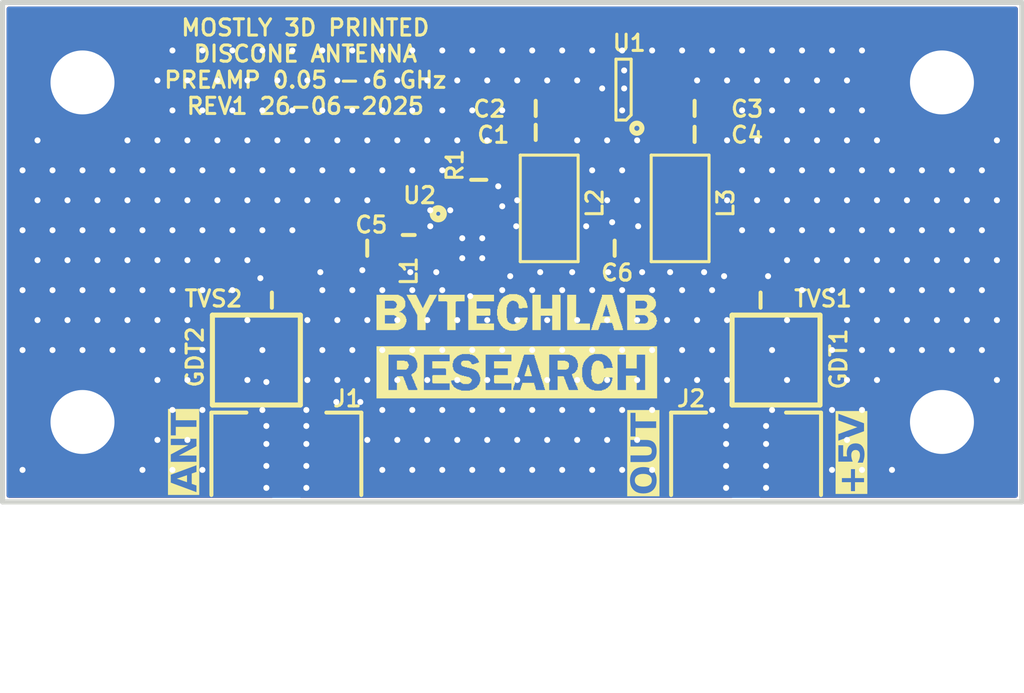
<source format=kicad_pcb>
(kicad_pcb (version 20241229) (generator "pcbnew") (generator_version "9.0")
  (layers (0 "F.Cu" signal "Top Layer") (2 "B.Cu" signal "Bottom Layer") (13 "F.Paste" user "Top Paste") (15 "B.Paste" user "Bottom Paste") (5 "F.SilkS" user "Top Overlay") (7 "B.SilkS" user "Bottom Overlay") (1 "F.Mask" user "Top Solder") (3 "B.Mask" user "Bottom Solder") (25 "Edge.Cuts" user))
  (property "AUTHOR" "Andrzej Laczewski")
  (property "PROJECT_NAME" "Mostly 3D Printed Discone Antenna")
  (net 0 "")
  (net 1 "Net-(U1-OUT)")
  (net 2 "GND")
  (net 3 "Net-(U1-EN)")
  (net 4 "Net-(U2-NC_1)")
  (net 5 "Net-(J1-X)")
  (net 6 "Net-(U2-NC_4)")
  (net 7 "Net-(J2-X)")
  (net 8 "Net-(U2-BIAS)")
  (footprint "PCB_LIB:J_RF2-143-T-17-50-G" (layer "F.Cu") (at 137.2011 117.2836 90)
    (property "Reference" "J1")
    (property "Value" "~" (hide yes))
  )
  (footprint "PCB_LIB:C_0603_1608" (layer "F.Cu") (at 153.6261 104.8036)
    (property "Reference" "C6")
    (property "Value" "10n" (hide yes))
  )
  (footprint "PCB_LIB:GDT_CG775MS" (layer "F.Cu") (at 161.7011 110.4036)
    (property "Reference" "GDT1")
    (property "Value" "~" (hide yes))
  )
  (footprint "PCB_LIB:U_PMA-5452+" (layer "F.Cu") (at 146.5011 104.8036)
    (property "Reference" "U2")
    (property "Value" "~" (hide yes))
  )
  (footprint "PCB_LIB:C_0603_1608" (layer "F.Cu") (at 149.6761 99.0036 180)
    (property "Reference" "C1")
    (property "Value" "1u" (hide yes))
  )
  (footprint "PCB_LIB:L_RF_5.6uH_4.4x2mm_WA8514-AE" (layer "F.Cu") (at 156.90118 102.80978 90)
    (property "Reference" "L3")
    (property "Value" "5.6uH" (hide yes))
  )
  (footprint "PCB_LIB:" (layer "F.Cu") (at 127.0011 96.5036)
    (property "Reference" "")
    (property "Value" "")
  )
  (footprint "PCB_LIB:R_0603_1608" (layer "F.Cu") (at 160.9261 107.4036)
    (property "Reference" "TVS1")
    (property "Value" "~" (hide yes))
  )
  (footprint "PCB_LIB:" (layer "F.Cu") (at 127.0011 113.5036)
    (property "Reference" "")
    (property "Value" "")
  )
  (footprint "PCB_LIB:" (layer "F.Cu") (at 170.0011 96.5036)
    (property "Reference" "")
    (property "Value" "")
  )
  (footprint "PCB_LIB:C_0603_1608" (layer "F.Cu") (at 157.6261 99.1036)
    (property "Reference" "C4")
    (property "Value" "1u" (hide yes))
  )
  (footprint "PCB_LIB:GDT_CG775MS" (layer "F.Cu") (at 135.7011 110.4036 180)
    (property "Reference" "GDT2")
    (property "Value" "~" (hide yes))
  )
  (footprint "PCB_LIB:L_RF_390nH_0603_LQW18ANR39J00D" (layer "F.Cu") (at 143.3221 104.1416 90)
    (property "Reference" "L1")
    (property "Value" "390nH" (hide yes))
  )
  (footprint "PCB_LIB:C_0603_1608" (layer "F.Cu") (at 149.6761 97.8036 180)
    (property "Reference" "C2")
    (property "Value" "100n" (hide yes))
  )
  (footprint "PCB_LIB:J_RF2-143-T-17-50-G" (layer "F.Cu") (at 160.2011 117.2836 90)
    (property "Reference" "J2")
    (property "Value" "~" (hide yes))
  )
  (footprint "PCB_LIB:VL_NCV8163ASN300T1G" (layer "F.Cu") (at 154.0711 96.8511 90)
    (property "Reference" "U1")
    (property "Value" "~" (hide yes))
  )
  (footprint "PCB_LIB:" (layer "F.Cu") (at 170.0011 113.5036)
    (property "Reference" "")
    (property "Value" "")
  )
  (footprint "PCB_LIB:C_0603_1608" (layer "F.Cu") (at 141.2471 104.8036)
    (property "Reference" "C5")
    (property "Value" "10n" (hide yes))
  )
  (footprint "PCB_LIB:R_0603_1608" (layer "F.Cu") (at 136.4761 107.4036 180)
    (property "Reference" "TVS2")
    (property "Value" "~" (hide yes))
  )
  (footprint "PCB_LIB:C_0603_1608" (layer "F.Cu") (at 157.6261 97.8036)
    (property "Reference" "C3")
    (property "Value" "100n" (hide yes))
  )
  (footprint "PCB_LIB:L_RF_5.6uH_4.4x2mm_WA8514-AE" (layer "F.Cu") (at 150.35118 102.80978 90)
    (property "Reference" "L2")
    (property "Value" "5.6uH" (hide yes))
  )
  (footprint "PCB_LIB:R_0603_1608" (layer "F.Cu") (at 146.8261 101.3786 90)
    (property "Reference" "R1")
    (property "Value" "1k" (hide yes))
  )
  (gr_poly (pts (xy 155.3311 107.1636) (xy 155.4211 107.1636) (xy 155.4211 107.1936) (xy 155.4811 107.1936) (xy 155.4811 107.2236) (xy 155.5111 107.2236) (xy 155.5111 107.2536) (xy 155.5711 107.2536) (xy 155.5711 107.3136) (xy 155.6011 107.3136) (xy 155.6011 107.3436) (xy 155.6311 107.3436) (xy 155.6311 107.3736) (xy 155.6611 107.3736) (xy 155.6611 107.4636) (xy 155.6911 107.4636) (xy 155.6911 107.7036) (xy 155.6611 107.7036) (xy 155.6611 107.7636) (xy 155.6311 107.7636) (xy 155.6311 107.8236) (xy 155.6011 107.8236) (xy 155.6011 107.8536) (xy 155.5711 107.8536) (xy 155.5711 107.8836) (xy 155.5411 107.8836) (xy 155.5411 107.9136) (xy 155.4811 107.9136) (xy 155.4811 107.9436) (xy 155.4211 107.9436) (xy 155.4211 107.9736) (xy 155.3911 107.9736) (xy 155.3911 108.0036) (xy 155.4811 108.0036) (xy 155.4811 108.0336) (xy 155.5411 108.0336) (xy 155.5411 108.0636) (xy 155.5711 108.0636) (xy 155.5711 108.0936) (xy 155.6011 108.0936) (xy 155.6011 108.1236) (xy 155.6311 108.1236) (xy 155.6311 108.1536) (xy 155.6611 108.1536) (xy 155.6611 108.1836) (xy 155.6911 108.1836) (xy 155.6911 108.2736) (xy 155.7211 108.2736) (xy 155.7211 108.3936) (xy 155.7511 108.3936) (xy 155.7511 108.4836) (xy 155.7211 108.4836) (xy 155.7211 108.6036) (xy 155.6911 108.6036) (xy 155.6911 108.6636) (xy 155.6611 108.6636) (xy 155.6611 108.6936) (xy 155.6311 108.6936) (xy 155.6311 108.7536) (xy 155.6011 108.7536) (xy 155.6011 108.7836) (xy 155.5411 108.7836) (xy 155.5411 108.8136) (xy 155.5111 108.8136) (xy 155.5111 108.8436) (xy 155.4511 108.8436) (xy 155.4511 108.8736) (xy 155.3611 108.8736) (xy 155.3611 108.9036) (xy 154.2511 108.9036) (xy 154.2511 108.1836) (xy 154.6711 108.1836) (xy 154.6711 108.5736) (xy 155.1811 108.5736) (xy 155.1811 108.5436) (xy 155.2411 108.5436) (xy 155.2411 108.5136) (xy 155.2711 108.5136) (xy 155.2711 108.4536) (xy 155.3011 108.4536) (xy 155.3011 108.3036) (xy 155.2711 108.3036) (xy 155.2711 108.2436) (xy 155.2411 108.2436) (xy 155.2411 108.2136) (xy 155.2111 108.2136) (xy 155.2111 108.1836) (xy 155.1511 108.1836) (xy 155.1511 108.1536) (xy 154.6711 108.1536) (xy 154.6711 108.1836) (xy 154.2511 108.1836) (xy 154.2511 107.8236) (xy 154.6711 107.8236) (xy 155.1511 107.8236) (xy 155.1511 107.7936) (xy 155.2111 107.7936) (xy 155.2111 107.7336) (xy 155.2411 107.7336) (xy 155.2411 107.6436) (xy 155.2711 107.6436) (xy 155.2711 107.6136) (xy 155.2411 107.6136) (xy 155.2411 107.5236) (xy 155.2111 107.5236) (xy 155.2111 107.4936) (xy 155.1811 107.4936) (xy 155.1811 107.4636) (xy 155.1211 107.4636) (xy 155.1211 107.4336) (xy 154.6711 107.4336) (xy 154.6711 107.8236) (xy 154.2511 107.8236) (xy 154.2511 107.1336) (xy 155.3311 107.1336)) (fill yes) (layer "F.SilkS"))
  (gr_poly (pts (xy 144.5011 107.5536) (xy 144.5011 107.6136) (xy 144.4711 107.6136) (xy 144.4711 107.6736) (xy 144.4411 107.6736) (xy 144.4411 107.7036) (xy 144.4111 107.7036) (xy 144.4111 107.7636) (xy 144.3811 107.7636) (xy 144.3811 107.8236) (xy 144.3511 107.8236) (xy 144.3511 107.8836) (xy 144.3211 107.8836) (xy 144.3211 107.9436) (xy 144.2911 107.9436) (xy 144.2911 108.0036) (xy 144.2611 108.0036) (xy 144.2611 108.0336) (xy 144.2311 108.0336) (xy 144.2311 108.0936) (xy 144.2011 108.0936) (xy 144.2011 108.1536) (xy 144.1711 108.1536) (xy 144.1711 108.9036) (xy 143.7511 108.9036) (xy 143.7511 108.1236) (xy 143.7211 108.1236) (xy 143.7211 108.0636) (xy 143.6911 108.0636) (xy 143.6911 108.0036) (xy 143.6611 108.0036) (xy 143.6611 107.9436) (xy 143.6311 107.9436) (xy 143.6311 107.8836) (xy 143.6011 107.8836) (xy 143.6011 107.8236) (xy 143.5711 107.8236) (xy 143.5711 107.7936) (xy 143.5411 107.7936) (xy 143.5411 107.7336) (xy 143.5111 107.7336) (xy 143.5111 107.6736) (xy 143.4811 107.6736) (xy 143.4811 107.6136) (xy 143.4511 107.6136) (xy 143.4511 107.5536) (xy 143.4211 107.5536) (xy 143.4211 107.4936) (xy 143.3911 107.4936) (xy 143.3911 107.4336) (xy 143.3611 107.4336) (xy 143.3611 107.4036) (xy 143.3311 107.4036) (xy 143.3311 107.3436) (xy 143.3011 107.3436) (xy 143.3011 107.2836) (xy 143.2711 107.2836) (xy 143.2711 107.2236) (xy 143.2411 107.2236) (xy 143.2411 107.1636) (xy 143.2111 107.1636) (xy 143.2111 107.1336) (xy 143.6911 107.1336) (xy 143.6911 107.1636) (xy 143.7211 107.1636) (xy 143.7211 107.2236) (xy 143.7511 107.2236) (xy 143.7511 107.2836) (xy 143.7811 107.2836) (xy 143.7811 107.3436) (xy 143.8111 107.3436) (xy 143.8111 107.4036) (xy 143.8411 107.4036) (xy 143.8411 107.4636) (xy 143.8711 107.4636) (xy 143.8711 107.5236) (xy 143.9011 107.5236) (xy 143.9011 107.5836) (xy 143.9311 107.5836) (xy 143.9311 107.6436) (xy 143.9611 107.6436) (xy 143.9611 107.7036) (xy 143.9911 107.7036) (xy 143.9911 107.7636) (xy 144.0211 107.7636) (xy 144.0211 107.7936) (xy 144.0511 107.7936) (xy 144.0511 107.7336) (xy 144.0811 107.7336) (xy 144.0811 107.6736) (xy 144.1111 107.6736) (xy 144.1111 107.6136) (xy 144.1411 107.6136) (xy 144.1411 107.5536) (xy 144.1711 107.5536) (xy 144.1711 107.4936) (xy 144.2011 107.4936) (xy 144.2011 107.4336) (xy 144.2311 107.4336) (xy 144.2311 107.3736) (xy 144.2611 107.3736) (xy 144.2611 107.3136) (xy 144.2911 107.3136) (xy 144.2911 107.2536) (xy 144.3211 107.2536) (xy 144.3211 107.1936) (xy 144.3511 107.1936) (xy 144.3511 107.1336) (xy 144.7411 107.1336) (xy 144.7411 107.1636) (xy 144.7111 107.1636) (xy 144.7111 107.2236) (xy 144.6811 107.2236) (xy 144.6811 107.2836) (xy 144.6511 107.2836) (xy 144.6511 107.3436) (xy 144.6211 107.3436) (xy 144.6211 107.3736) (xy 144.5911 107.3736) (xy 144.5911 107.4336) (xy 144.5611 107.4336) (xy 144.5611 107.4936) (xy 144.5311 107.4936) (xy 144.5311 107.5536)) (fill yes) (layer "F.SilkS"))
  (gr_poly (pts (xy 143.1211 110.4336) (xy 143.1211 110.4636) (xy 143.2411 110.4636) (xy 143.2411 110.4936) (xy 143.2711 110.4936) (xy 143.2711 110.5536) (xy 143.3011 110.5536) (xy 143.3011 110.6136) (xy 143.3311 110.6136) (xy 143.3311 110.7036) (xy 143.3011 110.7036) (xy 143.3011 110.7936) (xy 143.2711 110.7936) (xy 143.2711 110.8236) (xy 143.2411 110.8236) (xy 143.2411 110.8536) (xy 143.2111 110.8536) (xy 143.2111 110.8836) (xy 142.7311 110.8836) (xy 142.7311 110.4336) (xy 143.0911 110.4336)) (fill yes) (layer "F.SilkS"))
  (gr_poly (pts (xy 155.7511 112.3236) (xy 141.7111 112.3236) (xy 141.7111 111.9036) (xy 142.3111 111.9036) (xy 142.7311 111.9036) (xy 142.7311 111.2136) (xy 143.0311 111.2136) (xy 143.0311 111.2436) (xy 143.0611 111.2436) (xy 143.0611 111.3036) (xy 143.0911 111.3036) (xy 143.0911 111.3936) (xy 143.1211 111.3936) (xy 143.1211 111.4536) (xy 143.1511 111.4536) (xy 143.1511 111.5436) (xy 143.1811 111.5436) (xy 143.1811 111.6336) (xy 143.2111 111.6336) (xy 143.2111 111.6936) (xy 143.2411 111.6936) (xy 143.2411 111.7836) (xy 143.2711 111.7836) (xy 143.2711 111.8436) (xy 143.3011 111.8436) (xy 143.3011 111.9036) (xy 143.7511 111.9036) (xy 144.0811 111.9036) (xy 145.3711 111.9036) (xy 145.3711 111.5736) (xy 144.5311 111.5736) (xy 144.5311 111.5436) (xy 144.5011 111.5436) (xy 144.5011 111.4536) (xy 145.4311 111.4536) (xy 145.4311 111.4836) (xy 145.4611 111.4836) (xy 145.4611 111.5736) (xy 145.4911 111.5736) (xy 145.4911 111.6336) (xy 145.5211 111.6336) (xy 145.5211 111.6636) (xy 145.5511 111.6636) (xy 145.5511 111.7236) (xy 145.5811 111.7236) (xy 145.5811 111.7536) (xy 145.6111 111.7536) (xy 145.6111 111.7836) (xy 145.6711 111.7836) (xy 145.6711 111.8136) (xy 145.7011 111.8136) (xy 145.7011 111.8436) (xy 145.7611 111.8436) (xy 145.7611 111.8736) (xy 145.8511 111.8736) (xy 145.8511 111.9036) (xy 145.9411 111.9036) (xy 145.9411 111.9336) (xy 146.3911 111.9336) (xy 146.3911 111.9036) (xy 146.5111 111.9036) (xy 147.1711 111.9036) (xy 148.4611 111.9036) (xy 148.4611 111.7836) (xy 148.5511 111.7836) (xy 148.5511 111.9036) (xy 148.9111 111.9036) (xy 148.9111 111.8136) (xy 148.9411 111.8136) (xy 148.9411 111.7836) (xy 148.9411 111.7536) (xy 148.9411 111.7236) (xy 148.9711 111.7236) (xy 148.9711 111.6336) (xy 149.0011 111.6336) (xy 149.0011 111.5436) (xy 149.6011 111.5436) (xy 149.6011 111.6336) (xy 149.6311 111.6336) (xy 149.6311 111.7236) (xy 149.6611 111.7236) (xy 149.6611 111.8436) (xy 149.6911 111.8436) (xy 149.6911 111.9036) (xy 150.1411 111.9036) (xy 150.3511 111.9036) (xy 150.7711 111.9036) (xy 150.7711 111.2136) (xy 151.0711 111.2136) (xy 151.0711 111.2436) (xy 151.1011 111.2436) (xy 151.1011 111.3336) (xy 151.1311 111.3336) (xy 151.1311 111.3936) (xy 151.1611 111.3936) (xy 151.1611 111.4836) (xy 151.1911 111.4836) (xy 151.1911 111.5736) (xy 151.2211 111.5736) (xy 151.2211 111.6336) (xy 151.2511 111.6336) (xy 151.2511 111.7236) (xy 151.2811 111.7236) (xy 151.2811 111.7836) (xy 151.3111 111.7836) (xy 151.3111 111.8736) (xy 151.3411 111.8736) (xy 151.3411 111.9036) (xy 151.7911 111.9036) (xy 151.7911 111.8436) (xy 151.7611 111.8436) (xy 151.7611 111.7536) (xy 151.7311 111.7536) (xy 151.7311 111.6936) (xy 151.7011 111.6936) (xy 151.7011 111.6336) (xy 151.6711 111.6336) (xy 151.6711 111.5436) (xy 151.6411 111.5436) (xy 151.6411 111.4836) (xy 151.6111 111.4836) (xy 151.6111 111.3936) (xy 151.5811 111.3936) (xy 151.5811 111.3336) (xy 151.5511 111.3336) (xy 151.5511 111.2736) (xy 151.5211 111.2736) (xy 151.5211 111.1836) (xy 151.4911 111.1836) (xy 151.4911 111.0936) (xy 151.5511 111.0936) (xy 151.5511 111.0636) (xy 151.6111 111.0636) (xy 151.6111 111.0336) (xy 151.6411 111.0336) (xy 151.6411 111.0036) (xy 151.6711 111.0036) (xy 151.6711 110.9736) (xy 151.7011 110.9736) (xy 151.7011 110.9136) (xy 151.7311 110.9136) (xy 151.7311 110.8836) (xy 151.7611 110.8836) (xy 151.7611 110.7636) (xy 151.7911 110.7636) (xy 152.0011 110.7636) (xy 152.0011 111.2736) (xy 152.0311 111.2736) (xy 152.0311 111.3936) (xy 152.0611 111.3936) (xy 152.0611 111.4836) (xy 152.0911 111.4836) (xy 152.0911 111.5436) (xy 152.1211 111.5436) (xy 152.1211 111.6036) (xy 152.1511 111.6036) (xy 152.1511 111.6336) (xy 152.1811 111.6336) (xy 152.1811 111.6636) (xy 152.2111 111.6636) (xy 152.2111 111.7236) (xy 152.2411 111.7236) (xy 152.2411 111.7536) (xy 152.3011 111.7536) (xy 152.3011 111.7836) (xy 152.3311 111.7836) (xy 152.3311 111.8136) (xy 152.3611 111.8136) (xy 152.3611 111.8436) (xy 152.4211 111.8436) (xy 152.4211 111.8736) (xy 152.4811 111.8736) (xy 152.4811 111.9036) (xy 152.6011 111.9036) (xy 152.6011 111.9336) (xy 152.9911 111.9336) (xy 152.9911 111.9036) (xy 153.0811 111.9036) (xy 153.7711 111.9036) (xy 154.1911 111.9036) (xy 154.1911 111.1836) (xy 154.7311 111.1836) (xy 154.7311 111.2136) (xy 154.7311 111.2436) (xy 154.7311 111.9036) (xy 155.1511 111.9036) (xy 155.1511 110.1336) (xy 154.7311 110.1336) (xy 154.7311 110.8236) (xy 154.1911 110.8236) (xy 154.1911 110.1336) (xy 153.7711 110.1336) (xy 153.7711 111.9036) (xy 153.0811 111.9036) (xy 153.0811 111.8736) (xy 153.1711 111.8736) (xy 153.1711 111.8436) (xy 153.2011 111.8436) (xy 153.2011 111.8136) (xy 153.2611 111.8136) (xy 153.2611 111.7836) (xy 153.2911 111.7836) (xy 153.2911 111.7536) (xy 153.3211 111.7536) (xy 153.3211 111.7236) (xy 153.3511 111.7236) (xy 153.3511 111.6936) (xy 153.3811 111.6936) (xy 153.3811 111.6636) (xy 153.4111 111.6636) (xy 153.4111 111.6036) (xy 153.4411 111.6036) (xy 153.4411 111.5436) (xy 153.4711 111.5436) (xy 153.4711 111.4536) (xy 153.5011 111.4536) (xy 153.5011 111.3336) (xy 153.5311 111.3336) (xy 153.5311 111.3036) (xy 153.5011 111.3036) (xy 153.5011 111.2736) (xy 153.1111 111.2736) (xy 153.1111 111.3336) (xy 153.0811 111.3336) (xy 153.0811 111.4236) (xy 153.0511 111.4236) (xy 153.0511 111.4836) (xy 153.0211 111.4836) (xy 153.0211 111.5136) (xy 152.9911 111.5136) (xy 152.9911 111.5436) (xy 152.9611 111.5436) (xy 152.9611 111.5736) (xy 152.8711 111.5736) (xy 152.8711 111.6036) (xy 152.7211 111.6036) (xy 152.7211 111.5736) (xy 152.6311 111.5736) (xy 152.6311 111.5436) (xy 152.6011 111.5436) (xy 152.6011 111.5136) (xy 152.5711 111.5136) (xy 152.5711 111.4836) (xy 152.5411 111.4836) (xy 152.5411 111.4536) (xy 152.5111 111.4536) (xy 152.5111 111.3636) (xy 152.4811 111.3636) (xy 152.4811 111.1836) (xy 152.4511 111.1836) (xy 152.4511 110.8836) (xy 152.4811 110.8836) (xy 152.4811 110.7036) (xy 152.5111 110.7036) (xy 152.5111 110.6136) (xy 152.5411 110.6136) (xy 152.5411 110.5536) (xy 152.5711 110.5536) (xy 152.5711 110.5236) (xy 152.6011 110.5236) (xy 152.6011 110.4936) (xy 152.6311 110.4936) (xy 152.6311 110.4636) (xy 152.6911 110.4636) (xy 152.6911 110.4336) (xy 152.8711 110.4336) (xy 152.8711 110.4636) (xy 152.9311 110.4636) (xy 152.9311 110.4936) (xy 152.9911 110.4936) (xy 152.9911 110.5236) (xy 153.0211 110.5236) (xy 153.0211 110.5836) (xy 153.0511 110.5836) (xy 153.0511 110.6736) (xy 153.0811 110.6736) (xy 153.0811 110.8236) (xy 153.2011 110.8236) (xy 153.2011 110.7936) (xy 153.5311 110.7936) (xy 153.5311 110.7336) (xy 153.5011 110.7336) (xy 153.5011 110.5836) (xy 153.4711 110.5836) (xy 153.4711 110.4936) (xy 153.4411 110.4936) (xy 153.4411 110.4336) (xy 153.4111 110.4336) (xy 153.4111 110.3736) (xy 153.3811 110.3736) (xy 153.3811 110.3436) (xy 153.3511 110.3436) (xy 153.3511 110.3136) (xy 153.3211 110.3136) (xy 153.3211 110.2836) (xy 153.2911 110.2836) (xy 153.2911 110.2536) (xy 153.2611 110.2536) (xy 153.2611 110.2236) (xy 153.2311 110.2236) (xy 153.2311 110.1936) (xy 153.1711 110.1936) (xy 153.1711 110.1636) (xy 153.1111 110.1636) (xy 153.1111 110.1336) (xy 153.0211 110.1336) (xy 153.0211 110.1036) (xy 152.5711 110.1036) (xy 152.5711 110.1336) (xy 152.4811 110.1336) (xy 152.4811 110.1636) (xy 152.4211 110.1636) (xy 152.4211 110.1936) (xy 152.3611 110.1936) (xy 152.3611 110.2236) (xy 152.3311 110.2236) (xy 152.3311 110.2536) (xy 152.3011 110.2536) (xy 152.3011 110.2836) (xy 152.2711 110.2836) (xy 152.2711 110.3136) (xy 152.2411 110.3136) (xy 152.2411 110.3436) (xy 152.2111 110.3436) (xy 152.2111 110.3736) (xy 152.1811 110.3736) (xy 152.1811 110.4036) (xy 152.1511 110.4036) (xy 152.1511 110.4636) (xy 152.1211 110.4636) (xy 152.1211 110.4936) (xy 152.0911 110.4936) (xy 152.0911 110.5536) (xy 152.0611 110.5536) (xy 152.0611 110.6436) (xy 152.0311 110.6436) (xy 152.0311 110.7636) (xy 152.0011 110.7636) (xy 151.7911 110.7636) (xy 151.7911 110.7036) (xy 151.7911 110.6736) (xy 151.7911 110.5536) (xy 151.7611 110.5536) (xy 151.7611 110.4336) (xy 151.7311 110.4336) (xy 151.7311 110.3736) (xy 151.7011 110.3736) (xy 151.7011 110.3436) (xy 151.6711 110.3436) (xy 151.6711 110.2836) (xy 151.6411 110.2836) (xy 151.6411 110.2536) (xy 151.5811 110.2536) (xy 151.5811 110.2236) (xy 151.5511 110.2236) (xy 151.5511 110.1936) (xy 151.4911 110.1936) (xy 151.4911 110.1636) (xy 151.4011 110.1636) (xy 151.4011 110.1336) (xy 150.3511 110.1336) (xy 150.3511 111.9036) (xy 150.1411 111.9036) (xy 150.1411 111.8436) (xy 150.1111 111.8436) (xy 150.1111 111.7536) (xy 150.0811 111.7536) (xy 150.0811 111.6336) (xy 150.0511 111.6336) (xy 150.0511 111.5436) (xy 150.0211 111.5436) (xy 150.0211 111.4536) (xy 149.9911 111.4536) (xy 149.9911 111.3636) (xy 149.9611 111.3636) (xy 149.9611 111.2736) (xy 149.9311 111.2736) (xy 149.9311 111.1536) (xy 149.9011 111.1536) (xy 149.9011 111.0636) (xy 149.8711 111.0636) (xy 149.8711 110.9736) (xy 149.8411 110.9736) (xy 149.8411 110.8836) (xy 149.8111 110.8836) (xy 149.8111 110.7936) (xy 149.7811 110.7936) (xy 149.7811 110.6736) (xy 149.7511 110.6736) (xy 149.7511 110.5836) (xy 149.7211 110.5836) (xy 149.7211 110.4936) (xy 149.6911 110.4936) (xy 149.6911 110.4036) (xy 149.6611 110.4036) (xy 149.6611 110.3136) (xy 149.6311 110.3136) (xy 149.6311 110.1936) (xy 149.6011 110.1936) (xy 149.6011 110.1336) (xy 149.0911 110.1336) (xy 149.0911 110.1936) (xy 149.0611 110.1936) (xy 149.0611 110.2836) (xy 149.0311 110.2836) (xy 149.0311 110.4036) (xy 149.0011 110.4036) (xy 149.0011 110.4936) (xy 148.9711 110.4936) (xy 148.9711 110.5836) (xy 148.9411 110.5836) (xy 148.9411 110.6736) (xy 148.9111 110.6736) (xy 148.9111 110.7636) (xy 148.8811 110.7636) (xy 148.8811 110.8536) (xy 148.8511 110.8536) (xy 148.8511 110.9436) (xy 148.8211 110.9436) (xy 148.8211 111.0336) (xy 148.7911 111.0336) (xy 148.7911 111.1536) (xy 148.7611 111.1536) (xy 148.7611 111.2436) (xy 148.7311 111.2436) (xy 148.7311 111.3336) (xy 148.7011 111.3336) (xy 148.7011 111.4236) (xy 148.6711 111.4236) (xy 148.6711 111.5136) (xy 148.6411 111.5136) (xy 148.6411 111.6036) (xy 148.6111 111.6036) (xy 148.6111 111.6936) (xy 148.5811 111.6936) (xy 148.5811 111.7836) (xy 148.5511 111.7836) (xy 148.4611 111.7836) (xy 148.4611 111.5736) (xy 147.6211 111.5736) (xy 147.6211 111.5436) (xy 147.5911 111.5436) (xy 147.5911 111.1836) (xy 147.6211 111.1836) (xy 147.6211 111.1536) (xy 148.2811 111.1536) (xy 148.2811 110.8236) (xy 147.5911 110.8236) (xy 147.5911 110.4636) (xy 148.4611 110.4636) (xy 148.4611 110.1336) (xy 147.1711 110.1336) (xy 147.1711 111.9036) (xy 146.5111 111.9036) (xy 146.5111 111.8736) (xy 146.5711 111.8736) (xy 146.5711 111.8436) (xy 146.6311 111.8436) (xy 146.6311 111.8136) (xy 146.6611 111.8136) (xy 146.6611 111.7836) (xy 146.7211 111.7836) (xy 146.7211 111.7536) (xy 146.7511 111.7536) (xy 146.7511 111.6936) (xy 146.7811 111.6936) (xy 146.7811 111.6636) (xy 146.8111 111.6636) (xy 146.8111 111.6336) (xy 146.8411 111.6336) (xy 146.8411 111.5736) (xy 146.8711 111.5736) (xy 146.8711 111.4836) (xy 146.9011 111.4836) (xy 146.9011 111.2436) (xy 146.8711 111.2436) (xy 146.8711 111.1536) (xy 146.8411 111.1536) (xy 146.8411 111.0936) (xy 146.8111 111.0936) (xy 146.8111 111.0336) (xy 146.7811 111.0336) (xy 146.7811 111.0036) (xy 146.7511 111.0036) (xy 146.7511 110.9736) (xy 146.7211 110.9736) (xy 146.7211 110.9436) (xy 146.6911 110.9436) (xy 146.6911 110.9136) (xy 146.6311 110.9136) (xy 146.6311 110.8836) (xy 146.5711 110.8836) (xy 146.5711 110.8536) (xy 146.4811 110.8536) (xy 146.4811 110.8236) (xy 146.3611 110.8236) (xy 146.3611 110.7936) (xy 146.2411 110.7936) (xy 146.2411 110.7636) (xy 146.1211 110.7636) (xy 146.1211 110.7336) (xy 146.0311 110.7336) (xy 146.0311 110.7036) (xy 145.9711 110.7036) (xy 145.9711 110.6436) (xy 145.9411 110.6436) (xy 145.9411 110.5236) (xy 145.9711 110.5236) (xy 145.9711 110.4636) (xy 146.0311 110.4636) (xy 146.0311 110.4336) (xy 146.3311 110.4336) (xy 146.3311 110.4636) (xy 146.3911 110.4636) (xy 146.3911 110.4936) (xy 146.4211 110.4936) (xy 146.4211 110.5236) (xy 146.4511 110.5236) (xy 146.4511 110.5836) (xy 146.4811 110.5836) (xy 146.4811 110.6136) (xy 146.6011 110.6136) (xy 146.6011 110.5836) (xy 146.6911 110.5836) (xy 146.6911 110.5536) (xy 146.7811 110.5536) (xy 146.7811 110.5236) (xy 146.8411 110.5236) (xy 146.8411 110.4636) (xy 146.8111 110.4636) (xy 146.8111 110.4036) (xy 146.7811 110.4036) (xy 146.7811 110.3436) (xy 146.7511 110.3436) (xy 146.7511 110.3136) (xy 146.7211 110.3136) (xy 146.7211 110.2836) (xy 146.6911 110.2836) (xy 146.6911 110.2536) (xy 146.6611 110.2536) (xy 146.6611 110.2236) (xy 146.6311 110.2236) (xy 146.6311 110.1936) (xy 146.5711 110.1936) (xy 146.5711 110.1636) (xy 146.5111 110.1636) (xy 146.5111 110.1336) (xy 146.3911 110.1336) (xy 146.3911 110.1036) (xy 145.9711 110.1036) (xy 145.9711 110.1336) (xy 145.8811 110.1336) (xy 145.8811 110.1636) (xy 145.8211 110.1636) (xy 145.8211 110.1936) (xy 145.7611 110.1936) (xy 145.7611 110.2236) (xy 145.7311 110.2236) (xy 145.7311 110.2536) (xy 145.7011 110.2536) (xy 145.7011 110.2836) (xy 145.6711 110.2836) (xy 145.6711 110.3136) (xy 145.6411 110.3136) (xy 145.6411 110.3436) (xy 145.6111 110.3436) (xy 145.6111 110.3736) (xy 145.5811 110.3736) (xy 145.5811 110.4336) (xy 145.5511 110.4336) (xy 145.5511 110.5536) (xy 145.5211 110.5536) (xy 145.5211 110.7636) (xy 145.5511 110.7636) (xy 145.5511 110.8836) (xy 145.5811 110.8836) (xy 145.5811 110.9436) (xy 145.6111 110.9436) (xy 145.6111 110.9736) (xy 145.6411 110.9736) (xy 145.6411 111.0036) (xy 145.6711 111.0036) (xy 145.6711 111.0336) (xy 145.7011 111.0336) (xy 145.7011 111.0636) (xy 145.7611 111.0636) (xy 145.7611 111.0936) (xy 145.8211 111.0936) (xy 145.8211 111.1236) (xy 145.8811 111.1236) (xy 145.8811 111.1536) (xy 145.9711 111.1536) (xy 145.9711 111.1836) (xy 146.0911 111.1836) (xy 146.0911 111.2136) (xy 146.2111 111.2136) (xy 146.2111 111.2436) (xy 146.3311 111.2436) (xy 146.3311 111.2736) (xy 146.3911 111.2736) (xy 146.3911 111.3036) (xy 146.4211 111.3036) (xy 146.4211 111.3336) (xy 146.4511 111.3336) (xy 146.4511 111.3636) (xy 146.4811 111.3636) (xy 146.4811 111.4536) (xy 146.4511 111.4536) (xy 146.4511 111.5136) (xy 146.4211 111.5136) (xy 146.4211 111.5436) (xy 146.3911 111.5436) (xy 146.3911 111.5736) (xy 146.3311 111.5736) (xy 146.3311 111.6036) (xy 146.0311 111.6036) (xy 146.0311 111.5736) (xy 145.9711 111.5736) (xy 145.9711 111.5436) (xy 145.9411 111.5436) (xy 145.9411 111.5136) (xy 145.8811 111.5136) (xy 145.8811 111.4536) (xy 145.8511 111.4536) (xy 145.8511 111.3936) (xy 145.8211 111.3936) (xy 145.8211 111.3636) (xy 145.7311 111.3636) (xy 145.7311 111.3936) (xy 145.5811 111.3936) (xy 145.5811 111.4236) (xy 145.4611 111.4236) (xy 145.4611 111.4536) (xy 145.4311 111.4536) (xy 144.5011 111.4536) (xy 144.5011 111.1836) (xy 144.5311 111.1836) (xy 144.5311 111.1536) (xy 145.1911 111.1536) (xy 145.1911 110.8536) (xy 145.1611 110.8536) (xy 145.1611 110.8236) (xy 144.5011 110.8236) (xy 144.5011 110.4636) (xy 145.3711 110.4636) (xy 145.3711 110.1336) (xy 144.0811 110.1336) (xy 144.0811 111.9036) (xy 143.7511 111.9036) (xy 143.7511 111.8136) (xy 143.7211 111.8136) (xy 143.7211 111.7536) (xy 143.6911 111.7536) (xy 143.6911 111.6936) (xy 143.6611 111.6936) (xy 143.6611 111.6036) (xy 143.6311 111.6036) (xy 143.6311 111.5436) (xy 143.6011 111.5436) (xy 143.6011 111.4536) (xy 143.5711 111.4536) (xy 143.5711 111.3936) (xy 143.5411 111.3936) (xy 143.5411 111.3336) (xy 143.5111 111.3336) (xy 143.5111 111.2436) (xy 143.4811 111.2436) (xy 143.4811 111.1836) (xy 143.4511 111.1836) (xy 143.4511 111.1236) (xy 143.4811 111.1236) (xy 143.4811 111.0936) (xy 143.5111 111.0936) (xy 143.5111 111.0636) (xy 143.5711 111.0636) (xy 143.5711 111.0336) (xy 143.6011 111.0336) (xy 143.6011 111.0036) (xy 143.6311 111.0036) (xy 143.6311 110.9736) (xy 143.6611 110.9736) (xy 143.6611 110.9436) (xy 143.6911 110.9436) (xy 143.6911 110.8836) (xy 143.7211 110.8836) (xy 143.7211 110.7936) (xy 143.7511 110.7936) (xy 143.7511 110.5236) (xy 143.7211 110.5236) (xy 143.7211 110.4336) (xy 143.6911 110.4336) (xy 143.6911 110.3736) (xy 143.6611 110.3736) (xy 143.6611 110.3136) (xy 143.6311 110.3136) (xy 143.6311 110.2836) (xy 143.6011 110.2836) (xy 143.6011 110.2536) (xy 143.5711 110.2536) (xy 143.5711 110.2236) (xy 143.5111 110.2236) (xy 143.5111 110.1936) (xy 143.4511 110.1936) (xy 143.4511 110.1636) (xy 143.3611 110.1636) (xy 143.3611 110.1336) (xy 142.3111 110.1336) (xy 142.3111 111.9036) (xy 141.7111 111.9036) (xy 141.7111 109.7136) (xy 155.7511 109.7136)) (fill yes) (layer "F.SilkS"))
  (gr_poly (pts (xy 148.2211 107.1636) (xy 148.2511 107.1636) (xy 148.2511 107.1336) (xy 148.3411 107.1336) (xy 148.3411 107.1036) (xy 148.7611 107.1036) (xy 148.7611 107.1336) (xy 148.8511 107.1336) (xy 148.8511 107.1636) (xy 148.9411 107.1636) (xy 148.9411 107.1936) (xy 148.9711 107.1936) (xy 148.9711 107.2236) (xy 149.0311 107.2236) (xy 149.0311 107.2536) (xy 149.0611 107.2536) (xy 149.0611 107.2836) (xy 149.0911 107.2836) (xy 149.0911 107.3136) (xy 149.1211 107.3136) (xy 149.1211 107.3736) (xy 149.1511 107.3736) (xy 149.1511 107.4036) (xy 149.1811 107.4036) (xy 149.1811 107.4636) (xy 149.2111 107.4636) (xy 149.2111 107.5536) (xy 149.2411 107.5536) (xy 149.2411 107.6736) (xy 149.2711 107.6736) (xy 149.2711 107.7936) (xy 149.0011 107.7936) (xy 149.0011 107.8236) (xy 148.8511 107.8236) (xy 148.8511 107.7936) (xy 148.8211 107.7936) (xy 148.8211 107.6136) (xy 148.7911 107.6136) (xy 148.7911 107.5536) (xy 148.7611 107.5536) (xy 148.7611 107.5236) (xy 148.7311 107.5236) (xy 148.7311 107.4936) (xy 148.7011 107.4936) (xy 148.7011 107.4636) (xy 148.6111 107.4636) (xy 148.6111 107.4336) (xy 148.4611 107.4336) (xy 148.4611 107.4636) (xy 148.4011 107.4636) (xy 148.4011 107.4936) (xy 148.3411 107.4936) (xy 148.3411 107.5536) (xy 148.3111 107.5536) (xy 148.3111 107.5836) (xy 148.2811 107.5836) (xy 148.2811 107.6436) (xy 148.2511 107.6436) (xy 148.2511 107.7636) (xy 148.2211 107.7636) (xy 148.2211 108.3036) (xy 148.2511 108.3036) (xy 148.2511 108.4236) (xy 148.2811 108.4236) (xy 148.2811 108.4836) (xy 148.3111 108.4836) (xy 148.3111 108.5136) (xy 148.3411 108.5136) (xy 148.3411 108.5436) (xy 148.4011 108.5436) (xy 148.4011 108.5736) (xy 148.4611 108.5736) (xy 148.4611 108.6036) (xy 148.6411 108.6036) (xy 148.6411 108.5736) (xy 148.7011 108.5736) (xy 148.7011 108.5436) (xy 148.7611 108.5436) (xy 148.7611 108.5136) (xy 148.7911 108.5136) (xy 148.7911 108.4536) (xy 148.8211 108.4536) (xy 148.8211 108.3936) (xy 148.8511 108.3936) (xy 148.8511 108.2736) (xy 149.2711 108.2736) (xy 149.2711 108.3936) (xy 149.2411 108.3936) (xy 149.2411 108.5136) (xy 149.2111 108.5136) (xy 149.2111 108.5736) (xy 149.1811 108.5736) (xy 149.1811 108.6336) (xy 149.1511 108.6336) (xy 149.1511 108.6636) (xy 149.1211 108.6636) (xy 149.1211 108.7236) (xy 149.0911 108.7236) (xy 149.0911 108.7536) (xy 149.0611 108.7536) (xy 149.0611 108.7836) (xy 149.0011 108.7836) (xy 149.0011 108.8136) (xy 148.9711 108.8136) (xy 148.9711 108.8436) (xy 148.9111 108.8436) (xy 148.9111 108.8736) (xy 148.8511 108.8736) (xy 148.8511 108.9036) (xy 148.7611 108.9036) (xy 148.7611 108.9336) (xy 148.3411 108.9336) (xy 148.3411 108.9036) (xy 148.2511 108.9036) (xy 148.2511 108.8736) (xy 148.1611 108.8736) (xy 148.1611 108.8436) (xy 148.1311 108.8436) (xy 148.1311 108.8136) (xy 148.0711 108.8136) (xy 148.0711 108.7836) (xy 148.0411 108.7836) (xy 148.0411 108.7536) (xy 148.0111 108.7536) (xy 148.0111 108.7236) (xy 147.9811 108.7236) (xy 147.9811 108.6936) (xy 147.9511 108.6936) (xy 147.9511 108.6636) (xy 147.9211 108.6636) (xy 147.9211 108.6036) (xy 147.8911 108.6036) (xy 147.8911 108.5736) (xy 147.8611 108.5736) (xy 147.8611 108.5136) (xy 147.8311 108.5136) (xy 147.8311 108.4536) (xy 147.8011 108.4536) (xy 147.8011 108.3636) (xy 147.7711 108.3636) (xy 147.7711 108.1836) (xy 147.7411 108.1836) (xy 147.7411 107.8536) (xy 147.7711 107.8536) (xy 147.7711 107.7036) (xy 147.8011 107.7036) (xy 147.8011 107.6136) (xy 147.8311 107.6136) (xy 147.8311 107.5236) (xy 147.8611 107.5236) (xy 147.8611 107.4936) (xy 147.8911 107.4936) (xy 147.8911 107.4336) (xy 147.9211 107.4336) (xy 147.9211 107.3736) (xy 147.9511 107.3736) (xy 147.9511 107.3436) (xy 147.9811 107.3436) (xy 147.9811 107.3136) (xy 148.0111 107.3136) (xy 148.0111 107.2836) (xy 148.0411 107.2836) (xy 148.0411 107.2536) (xy 148.0711 107.2536) (xy 148.0711 107.2236) (xy 148.1311 107.2236) (xy 148.1311 107.1936) (xy 148.1911 107.1936) (xy 148.1911 107.1636)) (fill yes) (layer "F.SilkS"))
  (gr_poly (pts (xy 145.2511 108.4836) (xy 145.2511 107.4936) (xy 145.2211 107.4936) (xy 145.2211 107.4636) (xy 144.8011 107.4636) (xy 144.8011 107.1336) (xy 146.1211 107.1336) (xy 146.1211 107.4636) (xy 145.7011 107.4636) (xy 145.7011 107.4936) (xy 145.6711 107.4936) (xy 145.6711 108.9036) (xy 145.2511 108.9036) (xy 145.2511 108.5136)) (fill yes) (layer "F.SilkS"))
  (gr_poly (pts (xy 146.3011 107.6136) (xy 146.3011 107.1336) (xy 147.5911 107.1336) (xy 147.5911 107.4636) (xy 146.7211 107.4636) (xy 146.7211 107.8236) (xy 147.3811 107.8236) (xy 147.3811 107.8536) (xy 147.4111 107.8536) (xy 147.4111 108.1536) (xy 147.3811 108.1536) (xy 147.3811 108.1836) (xy 146.7211 108.1836) (xy 146.7211 108.5736) (xy 147.5911 108.5736) (xy 147.5911 108.9036) (xy 146.3011 108.9036) (xy 146.3011 107.6436)) (fill yes) (layer "F.SilkS"))
  (gr_poly (pts (xy 149.9311 107.2536) (xy 149.9311 107.8236) (xy 150.5011 107.8236) (xy 150.5011 107.1336) (xy 150.9211 107.1336) (xy 150.9211 108.9036) (xy 150.5011 108.9036) (xy 150.5011 108.1836) (xy 149.9311 108.1836) (xy 149.9311 108.9036) (xy 149.5111 108.9036) (xy 149.5111 107.1336) (xy 149.9311 107.1336) (xy 149.9311 107.2236)) (fill yes) (layer "F.SilkS"))
  (gr_poly (pts (xy 152.3911 108.5736) (xy 152.3911 108.9036) (xy 151.2511 108.9036) (xy 151.2511 107.1336) (xy 151.7011 107.1336) (xy 151.7011 108.5736) (xy 152.3611 108.5736)) (fill yes) (layer "F.SilkS"))
  (gr_poly (pts (xy 142.8211 107.1636) (xy 142.8811 107.1636) (xy 142.8811 107.1936) (xy 142.9411 107.1936) (xy 142.9411 107.2236) (xy 143.0011 107.2236) (xy 143.0011 107.2536) (xy 143.0311 107.2536) (xy 143.0311 107.2836) (xy 143.0611 107.2836) (xy 143.0611 107.3136) (xy 143.0911 107.3136) (xy 143.0911 107.3736) (xy 143.1211 107.3736) (xy 143.1211 107.4336) (xy 143.1511 107.4336) (xy 143.1511 107.7336) (xy 143.1211 107.7336) (xy 143.1211 107.7936) (xy 143.0911 107.7936) (xy 143.0911 107.8236) (xy 143.0611 107.8236) (xy 143.0611 107.8536) (xy 143.0311 107.8536) (xy 143.0311 107.8836) (xy 143.0011 107.8836) (xy 143.0011 107.9136) (xy 142.9711 107.9136) (xy 142.9711 107.9436) (xy 142.9111 107.9436) (xy 142.9111 107.9736) (xy 142.8511 107.9736) (xy 142.8511 108.0036) (xy 142.9411 108.0036) (xy 142.9411 108.0336) (xy 143.0011 108.0336) (xy 143.0011 108.0636) (xy 143.0311 108.0636) (xy 143.0311 108.0936) (xy 143.0611 108.0936) (xy 143.0611 108.1236) (xy 143.0911 108.1236) (xy 143.0911 108.1536) (xy 143.1211 108.1536) (xy 143.1211 108.1836) (xy 143.1511 108.1836) (xy 143.1511 108.2436) (xy 143.1811 108.2436) (xy 143.1811 108.3336) (xy 143.2111 108.3336) (xy 143.2111 108.5136) (xy 143.1811 108.5136) (xy 143.1811 108.6036) (xy 143.1511 108.6036) (xy 143.1511 108.6636) (xy 143.1211 108.6636) (xy 143.1211 108.7236) (xy 143.0911 108.7236) (xy 143.0911 108.7536) (xy 143.0611 108.7536) (xy 143.0611 108.7836) (xy 143.0311 108.7836) (xy 143.0311 108.8136) (xy 142.9711 108.8136) (xy 142.9711 108.8436) (xy 142.9111 108.8436) (xy 142.9111 108.8736) (xy 142.8211 108.8736) (xy 142.8211 108.9036) (xy 141.7111 108.9036) (xy 141.7111 108.3336) (xy 142.1311 108.3336) (xy 142.1311 108.3636) (xy 142.1311 108.5736) (xy 142.6411 108.5736) (xy 142.6411 108.5436) (xy 142.7011 108.5436) (xy 142.7011 108.5136) (xy 142.7311 108.5136) (xy 142.7311 108.4536) (xy 142.7611 108.4536) (xy 142.7611 108.2736) (xy 142.7311 108.2736) (xy 142.7311 108.2436) (xy 142.7011 108.2436) (xy 142.7011 108.2136) (xy 142.6711 108.2136) (xy 142.6711 108.1836) (xy 142.6111 108.1836) (xy 142.6111 108.1536) (xy 142.1311 108.1536) (xy 142.1311 108.3336) (xy 141.7111 108.3336) (xy 141.7111 107.8236) (xy 142.1311 107.8236) (xy 142.6111 107.8236) (xy 142.6111 107.7936) (xy 142.6711 107.7936) (xy 142.6711 107.7636) (xy 142.7011 107.7636) (xy 142.7011 107.6736) (xy 142.7311 107.6736) (xy 142.7311 107.5836) (xy 142.7011 107.5836) (xy 142.7011 107.5536) (xy 142.7011 107.5236) (xy 142.6711 107.5236) (xy 142.6711 107.4936) (xy 142.6411 107.4936) (xy 142.6411 107.4636) (xy 142.5811 107.4636) (xy 142.5811 107.4336) (xy 142.1311 107.4336) (xy 142.1311 107.8236) (xy 141.7111 107.8236) (xy 141.7111 107.1336) (xy 142.8211 107.1336)) (fill yes) (layer "F.SilkS"))
  (gr_poly (pts (xy 149.3311 110.6736) (xy 149.3311 110.7336) (xy 149.3611 110.7336) (xy 149.3611 110.8236) (xy 149.3911 110.8236) (xy 149.3911 110.9436) (xy 149.4211 110.9436) (xy 149.4211 111.0336) (xy 149.4511 111.0336) (xy 149.4511 111.1236) (xy 149.4811 111.1236) (xy 149.4811 111.2136) (xy 149.1211 111.2136) (xy 149.1211 111.1236) (xy 149.1511 111.1236) (xy 149.1511 111.0336) (xy 149.1811 111.0336) (xy 149.1811 110.9436) (xy 149.2111 110.9436) (xy 149.2111 110.8236) (xy 149.2411 110.8236) (xy 149.2411 110.7336) (xy 149.2711 110.7336) (xy 149.2711 110.6436) (xy 149.3311 110.6436)) (fill yes) (layer "F.SilkS"))
  (gr_poly (pts (xy 150.7711 110.7936) (xy 150.7711 110.4336) (xy 151.1611 110.4336) (xy 151.1611 110.4636) (xy 151.2511 110.4636) (xy 151.2511 110.4936) (xy 151.2811 110.4936) (xy 151.2811 110.5236) (xy 151.3111 110.5236) (xy 151.3111 110.5536) (xy 151.3411 110.5536) (xy 151.3411 110.7636) (xy 151.3111 110.7636) (xy 151.3111 110.8236) (xy 151.2811 110.8236) (xy 151.2811 110.8536) (xy 151.2211 110.8536) (xy 151.2211 110.8836) (xy 150.7711 110.8836) (xy 150.7711 110.8236)) (fill yes) (layer "F.SilkS"))
  (gr_poly (pts (xy 153.5011 107.1636) (xy 153.5311 107.1636) (xy 153.5311 107.2536) (xy 153.5611 107.2536) (xy 153.5611 107.3736) (xy 153.5911 107.3736) (xy 153.5911 107.4636) (xy 153.6211 107.4636) (xy 153.6211 107.5536) (xy 153.6511 107.5536) (xy 153.6511 107.6436) (xy 153.6811 107.6436) (xy 153.6811 107.7336) (xy 153.7111 107.7336) (xy 153.7111 107.8536) (xy 153.7411 107.8536) (xy 153.7411 107.9436) (xy 153.7711 107.9436) (xy 153.7711 108.0336) (xy 153.8011 108.0336) (xy 153.8011 108.1236) (xy 153.8311 108.1236) (xy 153.8311 108.2136) (xy 153.8611 108.2136) (xy 153.8611 108.3336) (xy 153.8911 108.3336) (xy 153.8911 108.4236) (xy 153.9211 108.4236) (xy 153.9211 108.5136) (xy 153.9511 108.5136) (xy 153.9511 108.6036) (xy 153.9811 108.6036) (xy 153.9811 108.6936) (xy 154.0111 108.6936) (xy 154.0111 108.8136) (xy 154.0411 108.8136) (xy 154.0411 108.9036) (xy 153.5911 108.9036) (xy 153.5911 108.8136) (xy 153.5611 108.8136) (xy 153.5611 108.6936) (xy 153.5311 108.6936) (xy 153.5311 108.6036) (xy 153.5011 108.6036) (xy 153.5011 108.5436) (xy 152.9311 108.5436) (xy 152.9311 108.5736) (xy 152.9011 108.5736) (xy 152.9011 108.6636) (xy 152.8711 108.6636) (xy 152.8711 108.7536) (xy 152.8411 108.7536) (xy 152.8411 108.8436) (xy 152.8111 108.8436) (xy 152.8111 108.9036) (xy 152.4511 108.9036) (xy 152.4511 108.8436) (xy 152.4811 108.8436) (xy 152.4811 108.7536) (xy 152.5111 108.7536) (xy 152.5111 108.6336) (xy 152.5411 108.6336) (xy 152.5411 108.5436) (xy 152.5711 108.5436) (xy 152.5711 108.4536) (xy 152.6011 108.4536) (xy 152.6011 108.3636) (xy 152.6311 108.3636) (xy 152.6311 108.2736) (xy 152.6611 108.2736) (xy 152.6611 108.1836) (xy 152.6911 108.1836) (xy 153.0211 108.1836) (xy 153.0211 108.2136) (xy 153.4111 108.2136) (xy 153.4111 108.1836) (xy 153.3811 108.1836) (xy 153.3811 108.0936) (xy 153.3511 108.0936) (xy 153.3511 108.0036) (xy 153.3211 108.0036) (xy 153.3211 107.8836) (xy 153.2911 107.8836) (xy 153.2911 107.7936) (xy 153.2611 107.7936) (xy 153.2611 107.7036) (xy 153.2311 107.7036) (xy 153.2311 107.6136) (xy 153.2011 107.6136) (xy 153.2011 107.6736) (xy 153.1711 107.6736) (xy 153.1711 107.7636) (xy 153.1411 107.7636) (xy 153.1411 107.8836) (xy 153.1111 107.8836) (xy 153.1111 107.9736) (xy 153.0811 107.9736) (xy 153.0811 108.0636) (xy 153.0511 108.0636) (xy 153.0511 108.1836) (xy 153.0211 108.1836) (xy 152.6911 108.1836) (xy 152.6911 108.0936) (xy 152.7211 108.0936) (xy 152.7211 108.0036) (xy 152.7511 108.0036) (xy 152.7511 107.8836) (xy 152.7811 107.8836) (xy 152.7811 107.7936) (xy 152.8111 107.7936) (xy 152.8111 107.7036) (xy 152.8411 107.7036) (xy 152.8411 107.6136) (xy 152.8711 107.6136) (xy 152.8711 107.5236) (xy 152.9011 107.5236) (xy 152.9011 107.4336) (xy 152.9311 107.4336) (xy 152.9311 107.3436) (xy 152.9611 107.3436) (xy 152.9611 107.2536) (xy 152.9911 107.2536) (xy 152.9911 107.1336) (xy 153.5011 107.1336)) (fill yes) (layer "F.SilkS"))
  (gr_line (start 123.0011 117.5036) (end 174.0011 117.5036) (stroke (width 0.254)) (layer "Edge.Cuts"))
  (gr_line (start 123.0011 92.5036) (end 174.0011 92.5036) (stroke (width 0.254)) (layer "Edge.Cuts"))
  (gr_line (start 174.0011 117.5036) (end 174.0011 92.5036) (stroke (width 0.254)) (layer "Edge.Cuts"))
  (gr_line (start 123.0011 117.5036) (end 123.0011 92.5036) (stroke (width 0.254)) (layer "Edge.Cuts"))
  (gr_text "ANT" (at 132.18017 115.0036 90) (layer "F.SilkS" knockout) (effects (font (size 1.26 1.26) (thickness 0.1524) (bold yes))))
  (gr_text "+5V" (at 165.58017 115.11918 90) (layer "F.SilkS" knockout) (effects (font (size 1.26 1.26) (thickness 0.1524) (bold yes))))
  (gr_text "OUT" (at 155.18017 115.1036 90) (layer "F.SilkS" knockout) (effects (font (size 1.26 1.26) (thickness 0.1524) (bold yes))))
  (gr_text_box "MOSTLY 3D PRINTED\nDISCONE ANTENNA\nPREAMP 0.05 - 6 GHz\nREV1 26-06-2025" (start 130.2886 93.33885) (end 146.0136 98.4786) (margins 0 0 0 0) (layer "F.SilkS") (effects (font (size 0.8128 0.8128) (thickness 0.1524)) (justify top)) (border no) (stroke (width 0.1)))
  (segment (start 146.8261 100.6536) (end 148.0511 100.6536) (width 0.6) (layer "F.Cu") (net 1))
  (segment (start 148.2011 100.8036) (end 150.3389 100.8036) (width 0.6) (layer "F.Cu") (net 1))
  (segment (start 150.4011 99.0036) (end 150.4011 97.8036) (width 0.6) (layer "F.Cu") (net 1))
  (segment (start 150.4011 100.7658) (end 150.4011 99.0036) (width 0.6) (layer "F.Cu") (net 1))
  (segment (start 148.0511 100.6536) (end 148.2011 100.8036) (width 0.6) (layer "F.Cu") (net 1))
  (segment (start 150.3389 100.8036) (end 150.3511 100.8158) (width 0.6) (layer "F.Cu") (net 1))
  (segment (start 150.3511 100.8158) (end 150.4011 100.7658) (width 0.6) (layer "F.Cu") (net 1))
  (segment (start 150.4011 97.8036) (end 152.8011 97.8036) (width 0.6) (layer "F.Cu") (net 1))
  (via (at 132.25109 114.40361) (size 0.6) (drill 0.3) (layers "F.Cu" "B.Cu") (net 2))
  (via (at 160.75108 102.40362) (size 0.6) (drill 0.3) (layers "F.Cu" "B.Cu") (net 2))
  (via (at 158.50108 106.90361) (size 0.6) (drill 0.3) (layers "F.Cu" "B.Cu") (net 2))
  (via (at 154.75108 108.40361) (size 0.6) (drill 0.3) (layers "F.Cu" "B.Cu") (net 2))
  (via (at 161.50108 112.90361) (size 0.6) (drill 0.3) (layers "F.Cu" "B.Cu") (net 2))
  (via (at 163.00108 106.90361) (size 0.6) (drill 0.3) (layers "F.Cu" "B.Cu") (net 2))
  (via (at 129.25109 108.40361) (size 0.6) (drill 0.3) (layers "F.Cu" "B.Cu") (net 2))
  (via (at 138.25109 96.40362) (size 0.6) (drill 0.3) (layers "F.Cu" "B.Cu") (net 2))
  (via (at 152.50108 112.90361) (size 0.6) (drill 0.3) (layers "F.Cu" "B.Cu") (net 2))
  (via (at 142.75109 96.40362) (size 0.6) (drill 0.3) (layers "F.Cu" "B.Cu") (net 2))
  (via (at 152.50108 100.90362) (size 0.6) (drill 0.3) (layers "F.Cu" "B.Cu") (net 2))
  (via (at 161.2011 113.7036) (size 0.6) (drill 0.3) (layers "F.Cu" "B.Cu") (net 2))
  (via (at 148.00109 97.90362) (size 0.6) (drill 0.3) (layers "F.Cu" "B.Cu") (net 2))
  (via (at 167.50108 100.90362) (size 0.6) (drill 0.3) (layers "F.Cu" "B.Cu") (net 2))
  (via (at 127.00109 103.90362) (size 0.6) (drill 0.3) (layers "F.Cu" "B.Cu") (net 2))
  (via (at 165.25108 111.40361) (size 0.6) (drill 0.3) (layers "F.Cu" "B.Cu") (net 2))
  (via (at 145.75109 111.40361) (size 0.6) (drill 0.3) (layers "F.Cu" "B.Cu") (net 2))
  (via (at 166.75108 111.40361) (size 0.6) (drill 0.3) (layers "F.Cu" "B.Cu") (net 2))
  (via (at 143.50109 94.90362) (size 0.6) (drill 0.3) (layers "F.Cu" "B.Cu") (net 2))
  (via (at 164.50108 103.90362) (size 0.6) (drill 0.3) (layers "F.Cu" "B.Cu") (net 2))
  (via (at 125.50109 103.90362) (size 0.6) (drill 0.3) (layers "F.Cu" "B.Cu") (net 2))
  (via (at 161.3011 106.2036) (size 0.6) (drill 0.3) (layers "F.Cu" "B.Cu") (net 2))
  (via (at 130.75109 96.40362) (size 0.6) (drill 0.3) (layers "F.Cu" "B.Cu") (net 2))
  (via (at 126.25109 102.40362) (size 0.6) (drill 0.3) (layers "F.Cu" "B.Cu") (net 2))
  (via (at 124.75109 99.40362) (size 0.6) (drill 0.3) (layers "F.Cu" "B.Cu") (net 2))
  (via (at 172.75108 102.40362) (size 0.6) (drill 0.3) (layers "F.Cu" "B.Cu") (net 2))
  (via (at 153.25108 102.40362) (size 0.6) (drill 0.3) (layers "F.Cu" "B.Cu") (net 2))
  (via (at 151.00108 106.90361) (size 0.6) (drill 0.3) (layers "F.Cu" "B.Cu") (net 2))
  (via (at 144.25109 99.40362) (size 0.6) (drill 0.3) (layers "F.Cu" "B.Cu") (net 2))
  (via (at 156.25108 108.40361) (size 0.6) (drill 0.3) (layers "F.Cu" "B.Cu") (net 2))
  (via (at 165.25108 105.40362) (size 0.6) (drill 0.3) (layers "F.Cu" "B.Cu") (net 2))
  (via (at 161.50108 94.90362) (size 0.6) (drill 0.3) (layers "F.Cu" "B.Cu") (net 2))
  (via (at 151.00108 94.90362) (size 0.6) (drill 0.3) (layers "F.Cu" "B.Cu") (net 2))
  (via (at 146.50109 97.90362) (size 0.6) (drill 0.3) (layers "F.Cu" "B.Cu") (net 2))
  (via (at 172.75108 105.40362) (size 0.6) (drill 0.3) (layers "F.Cu" "B.Cu") (net 2))
  (via (at 159.25108 108.40361) (size 0.6) (drill 0.3) (layers "F.Cu" "B.Cu") (net 2))
  (via (at 127.75109 102.40362) (size 0.6) (drill 0.3) (layers "F.Cu" "B.Cu") (net 2))
  (via (at 159.2011 114.6036) (size 0.6) (drill 0.3) (layers "F.Cu" "B.Cu") (net 2))
  (via (at 138.25109 102.40362) (size 0.6) (drill 0.3) (layers "F.Cu" "B.Cu") (net 2))
  (via (at 143.50109 100.90362) (size 0.6) (drill 0.3) (layers "F.Cu" "B.Cu") (net 2))
  (via (at 136.00109 112.90361) (size 0.6) (drill 0.3) (layers "F.Cu" "B.Cu") (net 2))
  (via (at 144.7011 106.0036) (size 0.6) (drill 0.3) (layers "F.Cu" "B.Cu") (net 2))
  (via (at 145.00109 115.90361) (size 0.6) (drill 0.3) (layers "F.Cu" "B.Cu") (net 2))
  (via (at 146.50109 94.90362) (size 0.6) (drill 0.3) (layers "F.Cu" "B.Cu") (net 2))
  (via (at 164.50108 94.90362) (size 0.6) (drill 0.3) (layers "F.Cu" "B.Cu") (net 2))
  (via (at 142.00109 97.90362) (size 0.6) (drill 0.3) (layers "F.Cu" "B.Cu") (net 2))
  (via (at 158.50108 112.90361) (size 0.6) (drill 0.3) (layers "F.Cu" "B.Cu") (net 2))
  (via (at 145.4011 102.9036) (size 0.6) (drill 0.3) (layers "F.Cu" "B.Cu") (net 2))
  (via (at 142.00109 106.90361) (size 0.6) (drill 0.3) (layers "F.Cu" "B.Cu") (net 2))
  (via (at 163.00108 97.90362) (size 0.6) (drill 0.3) (layers "F.Cu" "B.Cu") (net 2))
  (via (at 136.2011 115.7036) (size 0.6) (drill 0.3) (layers "F.Cu" "B.Cu") (net 2))
  (via (at 136.75109 96.40362) (size 0.6) (drill 0.3) (layers "F.Cu" "B.Cu") (net 2))
  (via (at 159.1011 106.2036) (size 0.6) (drill 0.3) (layers "F.Cu" "B.Cu") (net 2))
  (via (at 139.75109 111.40361) (size 0.6) (drill 0.3) (layers "F.Cu" "B.Cu") (net 2))
  (via (at 148.00109 94.90362) (size 0.6) (drill 0.3) (layers "F.Cu" "B.Cu") (net 2))
  (via (at 151.75108 111.40361) (size 0.6) (drill 0.3) (layers "F.Cu" "B.Cu") (net 2))
  (via (at 138.25109 111.40361) (size 0.6) (drill 0.3) (layers "F.Cu" "B.Cu") (net 2))
  (via (at 161.2011 114.6036) (size 0.6) (drill 0.3) (layers "F.Cu" "B.Cu") (net 2))
  (via (at 136.75109 99.40362) (size 0.6) (drill 0.3) (layers "F.Cu" "B.Cu") (net 2))
  (via (at 155.50108 109.90361) (size 0.6) (drill 0.3) (layers "F.Cu" "B.Cu") (net 2))
  (via (at 171.25108 102.40362) (size 0.6) (drill 0.3) (layers "F.Cu" "B.Cu") (net 2))
  (via (at 161.50108 103.90362) (size 0.6) (drill 0.3) (layers "F.Cu" "B.Cu") (net 2))
  (via (at 150.25108 114.40361) (size 0.6) (drill 0.3) (layers "F.Cu" "B.Cu") (net 2))
  (via (at 152.50108 115.90361) (size 0.6) (drill 0.3) (layers "F.Cu" "B.Cu") (net 2))
  (via (at 140.50109 100.90362) (size 0.6) (drill 0.3) (layers "F.Cu" "B.Cu") (net 2))
  (via (at 163.75108 99.40362) (size 0.6) (drill 0.3) (layers "F.Cu" "B.Cu") (net 2))
  (via (at 130.75109 111.40361) (size 0.6) (drill 0.3) (layers "F.Cu" "B.Cu") (net 2))
  (via (at 145.75109 96.40362) (size 0.6) (drill 0.3) (layers "F.Cu" "B.Cu") (net 2))
  (via (at 153.25108 108.40361) (size 0.6) (drill 0.3) (layers "F.Cu" "B.Cu") (net 2))
  (via (at 134.50109 106.90361) (size 0.6) (drill 0.3) (layers "F.Cu" "B.Cu") (net 2))
  (via (at 134.50109 97.90362) (size 0.6) (drill 0.3) (layers "F.Cu" "B.Cu") (net 2))
  (via (at 136.2011 114.6036) (size 0.6) (drill 0.3) (layers "F.Cu" "B.Cu") (net 2))
  (via (at 141.25109 99.40362) (size 0.6) (drill 0.3) (layers "F.Cu" "B.Cu") (net 2))
  (via (at 133.00109 97.90362) (size 0.6) (drill 0.3) (layers "F.Cu" "B.Cu") (net 2))
  (via (at 133.00109 94.90362) (size 0.6) (drill 0.3) (layers "F.Cu" "B.Cu") (net 2))
  (via (at 154.00108 115.90361) (size 0.6) (drill 0.3) (layers "F.Cu" "B.Cu") (net 2))
  (via (at 145.00109 109.90361) (size 0.6) (drill 0.3) (layers "F.Cu" "B.Cu") (net 2))
  (via (at 171.25108 108.40361) (size 0.6) (drill 0.3) (layers "F.Cu" "B.Cu") (net 2))
  (via (at 162.25108 105.40362) (size 0.6) (drill 0.3) (layers "F.Cu" "B.Cu") (net 2))
  (via (at 166.00108 112.90361) (size 0.6) (drill 0.3) (layers "F.Cu" "B.Cu") (net 2))
  (via (at 134.50109 100.90362) (size 0.6) (drill 0.3) (layers "F.Cu" "B.Cu") (net 2))
  (via (at 155.50108 115.90361) (size 0.6) (drill 0.3) (layers "F.Cu" "B.Cu") (net 2))
  (via (at 163.75108 105.40362) (size 0.6) (drill 0.3) (layers "F.Cu" "B.Cu") (net 2))
  (via (at 168.25108 102.40362) (size 0.6) (drill 0.3) (layers "F.Cu" "B.Cu") (net 2))
  (via (at 134.50109 103.90362) (size 0.6) (drill 0.3) (layers "F.Cu" "B.Cu") (net 2))
  (via (at 148.00109 112.90361) (size 0.6) (drill 0.3) (layers "F.Cu" "B.Cu") (net 2))
  (via (at 149.50109 115.90361) (size 0.6) (drill 0.3) (layers "F.Cu" "B.Cu") (net 2))
  (via (at 159.25108 99.40362) (size 0.6) (drill 0.3) (layers "F.Cu" "B.Cu") (net 2))
  (via (at 166.00108 106.90361) (size 0.6) (drill 0.3) (layers "F.Cu" "B.Cu") (net 2))
  (via (at 142.75109 114.40361) (size 0.6) (drill 0.3) (layers "F.Cu" "B.Cu") (net 2))
  (via (at 152.50108 94.90362) (size 0.6) (drill 0.3) (layers "F.Cu" "B.Cu") (net 2))
  (via (at 165.25108 96.40362) (size 0.6) (drill 0.3) (layers "F.Cu" "B.Cu") (net 2))
  (via (at 163.00108 103.90362) (size 0.6) (drill 0.3) (layers "F.Cu" "B.Cu") (net 2))
  (via (at 139.75109 108.40361) (size 0.6) (drill 0.3) (layers "F.Cu" "B.Cu") (net 2))
  (via (at 130.75109 108.40361) (size 0.6) (drill 0.3) (layers "F.Cu" "B.Cu") (net 2))
  (via (at 148.4011 106.2036) (size 0.6) (drill 0.3) (layers "F.Cu" "B.Cu") (net 2))
  (via (at 144.25109 96.40362) (size 0.6) (drill 0.3) (layers "F.Cu" "B.Cu") (net 2))
  (via (at 167.50108 109.90361) (size 0.6) (drill 0.3) (layers "F.Cu" "B.Cu") (net 2))
  (via (at 148.75108 96.40362) (size 0.6) (drill 0.3) (layers "F.Cu" "B.Cu") (net 2))
  (via (at 133.75109 105.40362) (size 0.6) (drill 0.3) (layers "F.Cu" "B.Cu") (net 2))
  (via (at 130.00109 109.90361) (size 0.6) (drill 0.3) (layers "F.Cu" "B.Cu") (net 2))
  (via (at 160.00108 97.90362) (size 0.6) (drill 0.3) (layers "F.Cu" "B.Cu") (net 2))
  (via (at 124.00109 106.90361) (size 0.6) (drill 0.3) (layers "F.Cu" "B.Cu") (net 2))
  (via (at 140.50109 97.90362) (size 0.6) (drill 0.3) (layers "F.Cu" "B.Cu") (net 2))
  (via (at 169.00108 106.90361) (size 0.6) (drill 0.3) (layers "F.Cu" "B.Cu") (net 2))
  (via (at 147.25108 99.40362) (size 0.6) (drill 0.3) (layers "F.Cu" "B.Cu") (net 2))
  (via (at 164.50108 109.90361) (size 0.6) (drill 0.3) (layers "F.Cu" "B.Cu") (net 2))
  (via (at 142.00109 94.90362) (size 0.6) (drill 0.3) (layers "F.Cu" "B.Cu") (net 2))
  (via (at 138.25109 108.40361) (size 0.6) (drill 0.3) (layers "F.Cu" "B.Cu") (net 2))
  (via (at 129.25109 105.40362) (size 0.6) (drill 0.3) (layers "F.Cu" "B.Cu") (net 2))
  (via (at 172.00108 109.90361) (size 0.6) (drill 0.3) (layers "F.Cu" "B.Cu") (net 2))
  (via (at 142.75109 108.40361) (size 0.6) (drill 0.3) (layers "F.Cu" "B.Cu") (net 2))
  (via (at 151.5011 106.0036) (size 0.6) (drill 0.3) (layers "F.Cu" "B.Cu") (net 2))
  (via (at 131.50109 97.90362) (size 0.6) (drill 0.3) (layers "F.Cu" "B.Cu") (net 2))
  (via (at 153.3011 106.0036) (size 0.6) (drill 0.3) (layers "F.Cu" "B.Cu") (net 2))
  (via (at 147.0011 105.3036) (size 0.6) (drill 0.3) (layers "F.Cu" "B.Cu") (net 2))
  (via (at 133.75109 102.40362) (size 0.6) (drill 0.3) (layers "F.Cu" "B.Cu") (net 2))
  (via (at 142.00109 115.90361) (size 0.6) (drill 0.3) (layers "F.Cu" "B.Cu") (net 2))
  (via (at 124.00109 109.90361) (size 0.6) (drill 0.3) (layers "F.Cu" "B.Cu") (net 2))
  (via (at 137.50109 103.90362) (size 0.6) (drill 0.3) (layers "F.Cu" "B.Cu") (net 2))
  (via (at 124.75109 105.40362) (size 0.6) (drill 0.3) (layers "F.Cu" "B.Cu") (net 2))
  (via (at 131.50109 112.90361) (size 0.6) (drill 0.3) (layers "F.Cu" "B.Cu") (net 2))
  (via (at 145.75109 99.40362) (size 0.6) (drill 0.3) (layers "F.Cu" "B.Cu") (net 2))
  (via (at 124.00109 115.90361) (size 0.6) (drill 0.3) (layers "F.Cu" "B.Cu") (net 2))
  (via (at 126.25109 108.40361) (size 0.6) (drill 0.3) (layers "F.Cu" "B.Cu") (net 2))
  (via (at 139.00109 97.90362) (size 0.6) (drill 0.3) (layers "F.Cu" "B.Cu") (net 2))
  (via (at 135.25109 102.40362) (size 0.6) (drill 0.3) (layers "F.Cu" "B.Cu") (net 2))
  (via (at 161.50108 100.90362) (size 0.6) (drill 0.3) (layers "F.Cu" "B.Cu") (net 2))
  (via (at 143.50109 97.90362) (size 0.6) (drill 0.3) (layers "F.Cu" "B.Cu") (net 2))
  (via (at 154.00108 106.90361) (size 0.6) (drill 0.3) (layers "F.Cu" "B.Cu") (net 2))
  (via (at 124.75109 102.40362) (size 0.6) (drill 0.3) (layers "F.Cu" "B.Cu") (net 2))
  (via (at 131.50109 115.90361) (size 0.6) (drill 0.3) (layers "F.Cu" "B.Cu") (net 2))
  (via (at 135.25109 105.40362) (size 0.6) (drill 0.3) (layers "F.Cu" "B.Cu") (net 2))
  (via (at 153.25108 111.40361) (size 0.6) (drill 0.3) (layers "F.Cu" "B.Cu") (net 2))
  (via (at 136.2011 111.5036) (size 0.6) (drill 0.3) (layers "F.Cu" "B.Cu") (net 2))
  (via (at 138.2011 114.6036) (size 0.6) (drill 0.3) (layers "F.Cu" "B.Cu") (net 2))
  (via (at 157.00108 94.90362) (size 0.6) (drill 0.3) (layers "F.Cu" "B.Cu") (net 2))
  (via (at 170.50108 106.90361) (size 0.6) (drill 0.3) (layers "F.Cu" "B.Cu") (net 2))
  (via (at 132.25109 102.40362) (size 0.6) (drill 0.3) (layers "F.Cu" "B.Cu") (net 2))
  (via (at 142.75109 111.40361) (size 0.6) (drill 0.3) (layers "F.Cu" "B.Cu") (net 2))
  (via (at 163.75108 96.40362) (size 0.6) (drill 0.3) (layers "F.Cu" "B.Cu") (net 2))
  (via (at 153.25108 114.40361) (size 0.6) (drill 0.3) (layers "F.Cu" "B.Cu") (net 2))
  (via (at 154.75108 102.40362) (size 0.6) (drill 0.3) (layers "F.Cu" "B.Cu") (net 2))
  (via (at 128.50109 106.90361) (size 0.6) (drill 0.3) (layers "F.Cu" "B.Cu") (net 2))
  (via (at 162.25108 102.40362) (size 0.6) (drill 0.3) (layers "F.Cu" "B.Cu") (net 2))
  (via (at 148.00109 106.90361) (size 0.6) (drill 0.3) (layers "F.Cu" "B.Cu") (net 2))
  (via (at 130.00109 115.90361) (size 0.6) (drill 0.3) (layers "F.Cu" "B.Cu") (net 2))
  (via (at 139.75109 102.40362) (size 0.6) (drill 0.3) (layers "F.Cu" "B.Cu") (net 2))
  (via (at 163.75108 102.40362) (size 0.6) (drill 0.3) (layers "F.Cu" "B.Cu") (net 2))
  (via (at 144.25109 114.40361) (size 0.6) (drill 0.3) (layers "F.Cu" "B.Cu") (net 2))
  (via (at 146.50109 112.90361) (size 0.6) (drill 0.3) (layers "F.Cu" "B.Cu") (net 2))
  (via (at 148.00109 115.90361) (size 0.6) (drill 0.3) (layers "F.Cu" "B.Cu") (net 2))
  (via (at 149.50109 109.90361) (size 0.6) (drill 0.3) (layers "F.Cu" "B.Cu") (net 2))
  (via (at 135.25109 108.40361) (size 0.6) (drill 0.3) (layers "F.Cu" "B.Cu") (net 2))
  (via (at 167.50108 106.90361) (size 0.6) (drill 0.3) (layers "F.Cu" "B.Cu") (net 2))
  (via (at 125.50109 109.90361) (size 0.6) (drill 0.3) (layers "F.Cu" "B.Cu") (net 2))
  (via (at 147.25108 114.40361) (size 0.6) (drill 0.3) (layers "F.Cu" "B.Cu") (net 2))
  (via (at 153.25108 99.40362) (size 0.6) (drill 0.3) (layers "F.Cu" "B.Cu") (net 2))
  (via (at 166.00108 109.90361) (size 0.6) (drill 0.3) (layers "F.Cu" "B.Cu") (net 2))
  (via (at 136.00109 94.90362) (size 0.6) (drill 0.3) (layers "F.Cu" "B.Cu") (net 2))
  (via (at 138.25109 99.40362) (size 0.6) (drill 0.3) (layers "F.Cu" "B.Cu") (net 2))
  (via (at 132.25109 105.40362) (size 0.6) (drill 0.3) (layers "F.Cu" "B.Cu") (net 2))
  (via (at 130.00109 106.90361) (size 0.6) (drill 0.3) (layers "F.Cu" "B.Cu") (net 2))
  (via (at 166.00108 103.90362) (size 0.6) (drill 0.3) (layers "F.Cu" "B.Cu") (net 2))
  (via (at 159.2011 116.8036) (size 0.6) (drill 0.3) (layers "F.Cu" "B.Cu") (net 2))
  (via (at 154.1011 95.9036) (size 0.6) (drill 0.3) (layers "F.Cu" "B.Cu") (net 2))
  (via (at 132.25109 99.40362) (size 0.6) (drill 0.3) (layers "F.Cu" "B.Cu") (net 2))
  (via (at 147.8011 101.7036) (size 0.6) (drill 0.3) (layers "F.Cu" "B.Cu") (net 2))
  (via (at 148.75108 114.40361) (size 0.6) (drill 0.3) (layers "F.Cu" "B.Cu") (net 2))
  (via (at 142.75109 99.40362) (size 0.6) (drill 0.3) (layers "F.Cu" "B.Cu") (net 2))
  (via (at 145.00109 112.90361) (size 0.6) (drill 0.3) (layers "F.Cu" "B.Cu") (net 2))
  (via (at 148.7011 103.7036) (size 0.6) (drill 0.3) (layers "F.Cu" "B.Cu") (net 2))
  (via (at 130.00109 103.90362) (size 0.6) (drill 0.3) (layers "F.Cu" "B.Cu") (net 2))
  (via (at 160.75108 96.40362) (size 0.6) (drill 0.3) (layers "F.Cu" "B.Cu") (net 2))
  (via (at 155.50108 112.90361) (size 0.6) (drill 0.3) (layers "F.Cu" "B.Cu") (net 2))
  (via (at 133.00109 103.90362) (size 0.6) (drill 0.3) (layers "F.Cu" "B.Cu") (net 2))
  (via (at 144.25109 108.40361) (size 0.6) (drill 0.3) (layers "F.Cu" "B.Cu") (net 2))
  (via (at 140.9011 112.5036) (size 0.6) (drill 0.3) (layers "F.Cu" "B.Cu") (net 2))
  (via (at 125.50109 106.90361) (size 0.6) (drill 0.3) (layers "F.Cu" "B.Cu") (net 2))
  (via (at 136.00109 97.90362) (size 0.6) (drill 0.3) (layers "F.Cu" "B.Cu") (net 2))
  (via (at 157.75108 96.40362) (size 0.6) (drill 0.3) (layers "F.Cu" "B.Cu") (net 2))
  (via (at 139.00109 106.90361) (size 0.6) (drill 0.3) (layers "F.Cu" "B.Cu") (net 2))
  (via (at 140.50109 94.90362) (size 0.6) (drill 0.3) (layers "F.Cu" "B.Cu") (net 2))
  (via (at 157.00108 106.90361) (size 0.6) (drill 0.3) (layers "F.Cu" "B.Cu") (net 2))
  (via (at 125.50109 100.90362) (size 0.6) (drill 0.3) (layers "F.Cu" "B.Cu") (net 2))
  (via (at 129.25109 102.40362) (size 0.6) (drill 0.3) (layers "F.Cu" "B.Cu") (net 2))
  (via (at 151.00108 109.90361) (size 0.6) (drill 0.3) (layers "F.Cu" "B.Cu") (net 2))
  (via (at 166.75108 99.40362) (size 0.6) (drill 0.3) (layers "F.Cu" "B.Cu") (net 2))
  (via (at 146.50109 115.90361) (size 0.6) (drill 0.3) (layers "F.Cu" "B.Cu") (net 2))
  (via (at 141.25109 111.40361) (size 0.6) (drill 0.3) (layers "F.Cu" "B.Cu") (net 2))
  (via (at 148.0011 102.7036) (size 0.6) (drill 0.3) (layers "F.Cu" "B.Cu") (net 2))
  (via (at 162.25108 99.40362) (size 0.6) (drill 0.3) (layers "F.Cu" "B.Cu") (net 2))
  (via (at 148.75108 108.40361) (size 0.6) (drill 0.3) (layers "F.Cu" "B.Cu") (net 2))
  (via (at 131.50109 109.90361) (size 0.6) (drill 0.3) (layers "F.Cu" "B.Cu") (net 2))
  (via (at 132.25109 111.40361) (size 0.6) (drill 0.3) (layers "F.Cu" "B.Cu") (net 2))
  (via (at 139.00109 109.90361) (size 0.6) (drill 0.3) (layers "F.Cu" "B.Cu") (net 2))
  (via (at 148.75108 102.40362) (size 0.6) (drill 0.3) (layers "F.Cu" "B.Cu") (net 2))
  (via (at 170.50108 100.90362) (size 0.6) (drill 0.3) (layers "F.Cu" "B.Cu") (net 2))
  (via (at 133.00109 100.90362) (size 0.6) (drill 0.3) (layers "F.Cu" "B.Cu") (net 2))
  (via (at 127.00109 100.90362) (size 0.6) (drill 0.3) (layers "F.Cu" "B.Cu") (net 2))
  (via (at 169.75108 108.40361) (size 0.6) (drill 0.3) (layers "F.Cu" "B.Cu") (net 2))
  (via (at 154.00108 109.90361) (size 0.6) (drill 0.3) (layers "F.Cu" "B.Cu") (net 2))
  (via (at 127.75109 105.40362) (size 0.6) (drill 0.3) (layers "F.Cu" "B.Cu") (net 2))
  (via (at 136.2011 116.8036) (size 0.6) (drill 0.3) (layers "F.Cu" "B.Cu") (net 2))
  (via (at 160.00108 103.90362) (size 0.6) (drill 0.3) (layers "F.Cu" "B.Cu") (net 2))
  (via (at 145.75109 114.40361) (size 0.6) (drill 0.3) (layers "F.Cu" "B.Cu") (net 2))
  (via (at 145.00109 97.90362) (size 0.6) (drill 0.3) (layers "F.Cu" "B.Cu") (net 2))
  (via (at 130.75109 102.40362) (size 0.6) (drill 0.3) (layers "F.Cu" "B.Cu") (net 2))
  (via (at 140.50109 106.90361) (size 0.6) (drill 0.3) (layers "F.Cu" "B.Cu") (net 2))
  (via (at 159.25108 102.40362) (size 0.6) (drill 0.3) (layers "F.Cu" "B.Cu") (net 2))
  (via (at 128.50109 103.90362) (size 0.6) (drill 0.3) (layers "F.Cu" "B.Cu") (net 2))
  (via (at 164.50108 115.90361) (size 0.6) (drill 0.3) (layers "F.Cu" "B.Cu") (net 2))
  (via (at 161.50108 97.90362) (size 0.6) (drill 0.3) (layers "F.Cu" "B.Cu") (net 2))
  (via (at 128.50109 109.90361) (size 0.6) (drill 0.3) (layers "F.Cu" "B.Cu") (net 2))
  (via (at 141.25109 108.40361) (size 0.6) (drill 0.3) (layers "F.Cu" "B.Cu") (net 2))
  (via (at 136.00109 100.90362) (size 0.6) (drill 0.3) (layers "F.Cu" "B.Cu") (net 2))
  (via (at 169.75108 105.40362) (size 0.6) (drill 0.3) (layers "F.Cu" "B.Cu") (net 2))
  (via (at 169.00108 100.90362) (size 0.6) (drill 0.3) (layers "F.Cu" "B.Cu") (net 2))
  (via (at 143.50109 112.90361) (size 0.6) (drill 0.3) (layers "F.Cu" "B.Cu") (net 2))
  (via (at 166.75108 102.40362) (size 0.6) (drill 0.3) (layers "F.Cu" "B.Cu") (net 2))
  (via (at 169.00108 109.90361) (size 0.6) (drill 0.3) (layers "F.Cu" "B.Cu") (net 2))
  (via (at 145.00109 106.90361) (size 0.6) (drill 0.3) (layers "F.Cu" "B.Cu") (net 2))
  (via (at 133.00109 112.90361) (size 0.6) (drill 0.3) (layers "F.Cu" "B.Cu") (net 2))
  (via (at 161.50108 109.90361) (size 0.6) (drill 0.3) (layers "F.Cu" "B.Cu") (net 2))
  (via (at 133.75109 99.40362) (size 0.6) (drill 0.3) (layers "F.Cu" "B.Cu") (net 2))
  (via (at 156.25108 111.40361) (size 0.6) (drill 0.3) (layers "F.Cu" "B.Cu") (net 2))
  (via (at 157.75108 111.40361) (size 0.6) (drill 0.3) (layers "F.Cu" "B.Cu") (net 2))
  (via (at 168.25108 108.40361) (size 0.6) (drill 0.3) (layers "F.Cu" "B.Cu") (net 2))
  (via (at 166.00108 100.90362) (size 0.6) (drill 0.3) (layers "F.Cu" "B.Cu") (net 2))
  (via (at 149.50109 94.90362) (size 0.6) (drill 0.3) (layers "F.Cu" "B.Cu") (net 2))
  (via (at 137.50109 100.90362) (size 0.6) (drill 0.3) (layers "F.Cu" "B.Cu") (net 2))
  (via (at 151.75108 114.40361) (size 0.6) (drill 0.3) (layers "F.Cu" "B.Cu") (net 2))
  (via (at 142.00109 109.90361) (size 0.6) (drill 0.3) (layers "F.Cu" "B.Cu") (net 2))
  (via (at 130.75109 99.40362) (size 0.6) (drill 0.3) (layers "F.Cu" "B.Cu") (net 2))
  (via (at 145.75109 108.40361) (size 0.6) (drill 0.3) (layers "F.Cu" "B.Cu") (net 2))
  (via (at 162.25108 108.40361) (size 0.6) (drill 0.3) (layers "F.Cu" "B.Cu") (net 2))
  (via (at 159.2011 113.7036) (size 0.6) (drill 0.3) (layers "F.Cu" "B.Cu") (net 2))
  (via (at 141.25109 96.40362) (size 0.6) (drill 0.3) (layers "F.Cu" "B.Cu") (net 2))
  (via (at 130.00109 100.90362) (size 0.6) (drill 0.3) (layers "F.Cu" "B.Cu") (net 2))
  (via (at 151.75108 96.40362) (size 0.6) (drill 0.3) (layers "F.Cu" "B.Cu") (net 2))
  (via (at 135.25109 111.40361) (size 0.6) (drill 0.3) (layers "F.Cu" "B.Cu") (net 2))
  (via (at 150.25108 111.40361) (size 0.6) (drill 0.3) (layers "F.Cu" "B.Cu") (net 2))
  (via (at 134.50109 94.90362) (size 0.6) (drill 0.3) (layers "F.Cu" "B.Cu") (net 2))
  (via (at 171.25108 105.40362) (size 0.6) (drill 0.3) (layers "F.Cu" "B.Cu") (net 2))
  (via (at 170.50108 103.90362) (size 0.6) (drill 0.3) (layers "F.Cu" "B.Cu") (net 2))
  (via (at 172.75108 111.40361) (size 0.6) (drill 0.3) (layers "F.Cu" "B.Cu") (net 2))
  (via (at 136.00109 103.90362) (size 0.6) (drill 0.3) (layers "F.Cu" "B.Cu") (net 2))
  (via (at 142.00109 100.90362) (size 0.6) (drill 0.3) (layers "F.Cu" "B.Cu") (net 2))
  (via (at 132.25109 108.40361) (size 0.6) (drill 0.3) (layers "F.Cu" "B.Cu") (net 2))
  (via (at 172.00108 103.90362) (size 0.6) (drill 0.3) (layers "F.Cu" "B.Cu") (net 2))
  (via (at 160.75108 99.40362) (size 0.6) (drill 0.3) (layers "F.Cu" "B.Cu") (net 2))
  (via (at 154.1011 96.8036) (size 0.6) (drill 0.3) (layers "F.Cu" "B.Cu") (net 2))
  (via (at 131.50109 94.90362) (size 0.6) (drill 0.3) (layers "F.Cu" "B.Cu") (net 2))
  (via (at 166.00108 115.90361) (size 0.6) (drill 0.3) (layers "F.Cu" "B.Cu") (net 2))
  (via (at 166.75108 108.40361) (size 0.6) (drill 0.3) (layers "F.Cu" "B.Cu") (net 2))
  (via (at 140.50109 109.90361) (size 0.6) (drill 0.3) (layers "F.Cu" "B.Cu") (net 2))
  (via (at 131.50109 100.90362) (size 0.6) (drill 0.3) (layers "F.Cu" "B.Cu") (net 2))
  (via (at 139.75109 99.40362) (size 0.6) (drill 0.3) (layers "F.Cu" "B.Cu") (net 2))
  (via (at 143.50109 106.90361) (size 0.6) (drill 0.3) (layers "F.Cu" "B.Cu") (net 2))
  (via (at 151.00108 112.90361) (size 0.6) (drill 0.3) (layers "F.Cu" "B.Cu") (net 2))
  (via (at 138.2011 115.7036) (size 0.6) (drill 0.3) (layers "F.Cu" "B.Cu") (net 2))
  (via (at 154.00108 97.90362) (size 0.6) (drill 0.3) (layers "F.Cu" "B.Cu") (net 2))
  (via (at 149.50109 112.90361) (size 0.6) (drill 0.3) (layers "F.Cu" "B.Cu") (net 2))
  (via (at 168.25108 105.40362) (size 0.6) (drill 0.3) (layers "F.Cu" "B.Cu") (net 2))
  (via (at 155.50108 94.90362) (size 0.6) (drill 0.3) (layers "F.Cu" "B.Cu") (net 2))
  (via (at 151.75108 99.40362) (size 0.6) (drill 0.3) (layers "F.Cu" "B.Cu") (net 2))
  (via (at 153.0011 96.8036) (size 0.6) (drill 0.3) (layers "F.Cu" "B.Cu") (net 2))
  (via (at 172.00108 106.90361) (size 0.6) (drill 0.3) (layers "F.Cu" "B.Cu") (net 2))
  (via (at 147.25108 108.40361) (size 0.6) (drill 0.3) (layers "F.Cu" "B.Cu") (net 2))
  (via (at 151.00108 115.90361) (size 0.6) (drill 0.3) (layers "F.Cu" "B.Cu") (net 2))
  (via (at 133.00109 109.90361) (size 0.6) (drill 0.3) (layers "F.Cu" "B.Cu") (net 2))
  (via (at 164.50108 112.90361) (size 0.6) (drill 0.3) (layers "F.Cu" "B.Cu") (net 2))
  (via (at 158.1011 106.0036) (size 0.6) (drill 0.3) (layers "F.Cu" "B.Cu") (net 2))
  (via (at 136.2011 113.7036) (size 0.6) (drill 0.3) (layers "F.Cu" "B.Cu") (net 2))
  (via (at 170.50108 109.90361) (size 0.6) (drill 0.3) (layers "F.Cu" "B.Cu") (net 2))
  (via (at 161.2011 115.7036) (size 0.6) (drill 0.3) (layers "F.Cu" "B.Cu") (net 2))
  (via (at 154.00108 100.90362) (size 0.6) (drill 0.3) (layers "F.Cu" "B.Cu") (net 2))
  (via (at 172.75108 108.40361) (size 0.6) (drill 0.3) (layers "F.Cu" "B.Cu") (net 2))
  (via (at 167.50108 115.90361) (size 0.6) (drill 0.3) (layers "F.Cu" "B.Cu") (net 2))
  (via (at 164.50108 97.90362) (size 0.6) (drill 0.3) (layers "F.Cu" "B.Cu") (net 2))
  (via (at 149.50109 106.90361) (size 0.6) (drill 0.3) (layers "F.Cu" "B.Cu") (net 2))
  (via (at 164.50108 100.90362) (size 0.6) (drill 0.3) (layers "F.Cu" "B.Cu") (net 2))
  (via (at 160.00108 94.90362) (size 0.6) (drill 0.3) (layers "F.Cu" "B.Cu") (net 2))
  (via (at 129.25109 99.40362) (size 0.6) (drill 0.3) (layers "F.Cu" "B.Cu") (net 2))
  (via (at 163.00108 100.90362) (size 0.6) (drill 0.3) (layers "F.Cu" "B.Cu") (net 2))
  (via (at 166.00108 94.90362) (size 0.6) (drill 0.3) (layers "F.Cu" "B.Cu") (net 2))
  (via (at 162.25108 111.40361) (size 0.6) (drill 0.3) (layers "F.Cu" "B.Cu") (net 2))
  (via (at 127.00109 106.90361) (size 0.6) (drill 0.3) (layers "F.Cu" "B.Cu") (net 2))
  (via (at 135.9011 106.3036) (size 0.6) (drill 0.3) (layers "F.Cu" "B.Cu") (net 2))
  (via (at 141.25109 102.40362) (size 0.6) (drill 0.3) (layers "F.Cu" "B.Cu") (net 2))
  (via (at 136.75109 102.40362) (size 0.6) (drill 0.3) (layers "F.Cu" "B.Cu") (net 2))
  (via (at 142.00109 112.90361) (size 0.6) (drill 0.3) (layers "F.Cu" "B.Cu") (net 2))
  (via (at 144.4011 102.9036) (size 0.6) (drill 0.3) (layers "F.Cu" "B.Cu") (net 2))
  (via (at 172.75108 99.40362) (size 0.6) (drill 0.3) (layers "F.Cu" "B.Cu") (net 2))
  (via (at 154.00108 94.90362) (size 0.6) (drill 0.3) (layers "F.Cu" "B.Cu") (net 2))
  (via (at 146.0011 104.3036) (size 0.6) (drill 0.3) (layers "F.Cu" "B.Cu") (net 2))
  (via (at 133.00109 106.90361) (size 0.6) (drill 0.3) (layers "F.Cu" "B.Cu") (net 2))
  (via (at 137.50109 97.90362) (size 0.6) (drill 0.3) (layers "F.Cu" "B.Cu") (net 2))
  (via (at 135.25109 96.40362) (size 0.6) (drill 0.3) (layers "F.Cu" "B.Cu") (net 2))
  (via (at 156.4011 106.0036) (size 0.6) (drill 0.3) (layers "F.Cu" "B.Cu") (net 2))
  (via (at 139.00109 100.90362) (size 0.6) (drill 0.3) (layers "F.Cu" "B.Cu") (net 2))
  (via (at 130.75109 114.40361) (size 0.6) (drill 0.3) (layers "F.Cu" "B.Cu") (net 2))
  (via (at 135.25109 99.40362) (size 0.6) (drill 0.3) (layers "F.Cu" "B.Cu") (net 2))
  (via (at 139.00109 94.90362) (size 0.6) (drill 0.3) (layers "F.Cu" "B.Cu") (net 2))
  (via (at 154.75108 111.40361) (size 0.6) (drill 0.3) (layers "F.Cu" "B.Cu") (net 2))
  (via (at 154.75108 99.40362) (size 0.6) (drill 0.3) (layers "F.Cu" "B.Cu") (net 2))
  (via (at 138.2011 116.8036) (size 0.6) (drill 0.3) (layers "F.Cu" "B.Cu") (net 2))
  (via (at 155.0011 106.0036) (size 0.6) (drill 0.3) (layers "F.Cu" "B.Cu") (net 2))
  (via (at 127.75109 108.40361) (size 0.6) (drill 0.3) (layers "F.Cu" "B.Cu") (net 2))
  (via (at 152.50108 106.90361) (size 0.6) (drill 0.3) (layers "F.Cu" "B.Cu") (net 2))
  (via (at 151.75108 108.40361) (size 0.6) (drill 0.3) (layers "F.Cu" "B.Cu") (net 2))
  (via (at 152.50108 109.90361) (size 0.6) (drill 0.3) (layers "F.Cu" "B.Cu") (net 2))
  (via (at 145.00109 94.90362) (size 0.6) (drill 0.3) (layers "F.Cu" "B.Cu") (net 2))
  (via (at 126.25109 105.40362) (size 0.6) (drill 0.3) (layers "F.Cu" "B.Cu") (net 2))
  (via (at 147.25108 96.40362) (size 0.6) (drill 0.3) (layers "F.Cu" "B.Cu") (net 2))
  (via (at 158.50108 109.90361) (size 0.6) (drill 0.3) (layers "F.Cu" "B.Cu") (net 2))
  (via (at 172.00108 100.90362) (size 0.6) (drill 0.3) (layers "F.Cu" "B.Cu") (net 2))
  (via (at 148.75108 111.40361) (size 0.6) (drill 0.3) (layers "F.Cu" "B.Cu") (net 2))
  (via (at 128.50109 100.90362) (size 0.6) (drill 0.3) (layers "F.Cu" "B.Cu") (net 2))
  (via (at 162.25108 96.40362) (size 0.6) (drill 0.3) (layers "F.Cu" "B.Cu") (net 2))
  (via (at 157.75108 108.40361) (size 0.6) (drill 0.3) (layers "F.Cu" "B.Cu") (net 2))
  (via (at 144.4011 103.7036) (size 0.6) (drill 0.3) (layers "F.Cu" "B.Cu") (net 2))
  (via (at 161.2011 116.8036) (size 0.6) (drill 0.3) (layers "F.Cu" "B.Cu") (net 2))
  (via (at 159.25108 111.40361) (size 0.6) (drill 0.3) (layers "F.Cu" "B.Cu") (net 2))
  (via (at 147.0011 104.3036) (size 0.6) (drill 0.3) (layers "F.Cu" "B.Cu") (net 2))
  (via (at 133.00109 115.90361) (size 0.6) (drill 0.3) (layers "F.Cu" "B.Cu") (net 2))
  (via (at 146.0011 105.3036) (size 0.6) (drill 0.3) (layers "F.Cu" "B.Cu") (net 2))
  (via (at 150.25108 108.40361) (size 0.6) (drill 0.3) (layers "F.Cu" "B.Cu") (net 2))
  (via (at 165.25108 102.40362) (size 0.6) (drill 0.3) (layers "F.Cu" "B.Cu") (net 2))
  (via (at 133.75109 96.40362) (size 0.6) (drill 0.3) (layers "F.Cu" "B.Cu") (net 2))
  (via (at 169.75108 102.40362) (size 0.6) (drill 0.3) (layers "F.Cu" "B.Cu") (net 2))
  (via (at 127.00109 109.90361) (size 0.6) (drill 0.3) (layers "F.Cu" "B.Cu") (net 2))
  (via (at 152.2011 103.7036) (size 0.6) (drill 0.3) (layers "F.Cu" "B.Cu") (net 2))
  (via (at 165.25108 99.40362) (size 0.6) (drill 0.3) (layers "F.Cu" "B.Cu") (net 2))
  (via (at 124.75109 108.40361) (size 0.6) (drill 0.3) (layers "F.Cu" "B.Cu") (net 2))
  (via (at 146.4011 107.2036) (size 0.6) (drill 0.3) (layers "F.Cu" "B.Cu") (net 2))
  (via (at 147.25108 111.40361) (size 0.6) (drill 0.3) (layers "F.Cu" "B.Cu") (net 2))
  (via (at 143.4011 106.0036) (size 0.6) (drill 0.3) (layers "F.Cu" "B.Cu") (net 2))
  (via (at 154.00108 112.90361) (size 0.6) (drill 0.3) (layers "F.Cu" "B.Cu") (net 2))
  (via (at 137.50109 94.90362) (size 0.6) (drill 0.3) (layers "F.Cu" "B.Cu") (net 2))
  (via (at 138.2011 113.7036) (size 0.6) (drill 0.3) (layers "F.Cu" "B.Cu") (net 2))
  (via (at 143.50109 109.90361) (size 0.6) (drill 0.3) (layers "F.Cu" "B.Cu") (net 2))
  (via (at 165.25108 114.40361) (size 0.6) (drill 0.3) (layers "F.Cu" "B.Cu") (net 2))
  (via (at 131.50109 106.90361) (size 0.6) (drill 0.3) (layers "F.Cu" "B.Cu") (net 2))
  (via (at 144.25109 111.40361) (size 0.6) (drill 0.3) (layers "F.Cu" "B.Cu") (net 2))
  (via (at 164.50108 106.90361) (size 0.6) (drill 0.3) (layers "F.Cu" "B.Cu") (net 2))
  (via (at 169.00108 103.90362) (size 0.6) (drill 0.3) (layers "F.Cu" "B.Cu") (net 2))
  (via (at 139.75109 96.40362) (size 0.6) (drill 0.3) (layers "F.Cu" "B.Cu") (net 2))
  (via (at 141.25109 114.40361) (size 0.6) (drill 0.3) (layers "F.Cu" "B.Cu") (net 2))
  (via (at 139.7011 112.5036) (size 0.6) (drill 0.3) (layers "F.Cu" "B.Cu") (net 2))
  (via (at 167.50108 103.90362) (size 0.6) (drill 0.3) (layers "F.Cu" "B.Cu") (net 2))
  (via (at 146.50109 109.90361) (size 0.6) (drill 0.3) (layers "F.Cu" "B.Cu") (net 2))
  (via (at 163.00108 94.90362) (size 0.6) (drill 0.3) (layers "F.Cu" "B.Cu") (net 2))
  (via (at 148.00109 109.90361) (size 0.6) (drill 0.3) (layers "F.Cu" "B.Cu") (net 2))
  (via (at 143.50109 115.90361) (size 0.6) (drill 0.3) (layers "F.Cu" "B.Cu") (net 2))
  (via (at 138.9011 106.0036) (size 0.6) (drill 0.3) (layers "F.Cu" "B.Cu") (net 2))
  (via (at 159.25108 96.40362) (size 0.6) (drill 0.3) (layers "F.Cu" "B.Cu") (net 2))
  (via (at 153.5011 103.5036) (size 0.6) (drill 0.3) (layers "F.Cu" "B.Cu") (net 2))
  (via (at 159.2011 115.7036) (size 0.6) (drill 0.3) (layers "F.Cu" "B.Cu") (net 2))
  (via (at 130.75109 105.40362) (size 0.6) (drill 0.3) (layers "F.Cu" "B.Cu") (net 2))
  (via (at 141.0011 105.9036) (size 0.6) (drill 0.3) (layers "F.Cu" "B.Cu") (net 2))
  (via (at 145.00109 100.90362) (size 0.6) (drill 0.3) (layers "F.Cu" "B.Cu") (net 2))
  (via (at 150.25108 96.40362) (size 0.6) (drill 0.3) (layers "F.Cu" "B.Cu") (net 2))
  (via (at 149.9011 106.0036) (size 0.6) (drill 0.3) (layers "F.Cu" "B.Cu") (net 2))
  (via (at 155.50108 106.90361) (size 0.6) (drill 0.3) (layers "F.Cu" "B.Cu") (net 2))
  (via (at 138.2011 112.9036) (size 0.6) (drill 0.3) (layers "F.Cu" "B.Cu") (net 2))
  (via (at 154.75108 114.40361) (size 0.6) (drill 0.3) (layers "F.Cu" "B.Cu") (net 2))
  (via (at 124.00109 103.90362) (size 0.6) (drill 0.3) (layers "F.Cu" "B.Cu") (net 2))
  (via (at 124.00109 100.90362) (size 0.6) (drill 0.3) (layers "F.Cu" "B.Cu") (net 2))
  (via (at 132.25109 96.40362) (size 0.6) (drill 0.3) (layers "F.Cu" "B.Cu") (net 2))
  (via (at 157.00108 109.90361) (size 0.6) (drill 0.3) (layers "F.Cu" "B.Cu") (net 2))
  (via (at 166.75108 105.40362) (size 0.6) (drill 0.3) (layers "F.Cu" "B.Cu") (net 2))
  (via (at 158.50108 94.90362) (size 0.6) (drill 0.3) (layers "F.Cu" "B.Cu") (net 2))
  (via (at 131.50109 103.90362) (size 0.6) (drill 0.3) (layers "F.Cu" "B.Cu") (net 2))
  (via (at 166.00108 97.90362) (size 0.6) (drill 0.3) (layers "F.Cu" "B.Cu") (net 2))
  (via (at 154.8011 103.7036) (size 0.6) (drill 0.3) (layers "F.Cu" "B.Cu") (net 2))
  (via (at 136.00109 109.90361) (size 0.6) (drill 0.3) (layers "F.Cu" "B.Cu") (net 2))
  (via (at 160.00108 100.90362) (size 0.6) (drill 0.3) (layers "F.Cu" "B.Cu") (net 2))
  (via (at 165.25108 108.40361) (size 0.6) (drill 0.3) (layers "F.Cu" "B.Cu") (net 2))
  (segment (start 156.9011 99.1036) (end 156.9011 97.8036) (width 0.6) (layer "F.Cu") (net 3))
  (segment (start 155.3411 95.8986) (end 155.3586 95.9161) (width 0.6) (layer "F.Cu") (net 3))
  (segment (start 156.9011 100.8158) (end 156.9011 99.1036) (width 0.6) (layer "F.Cu") (net 3))
  (segment (start 156.46213 95.9161) (end 156.9011 96.35507) (width 0.6) (layer "F.Cu") (net 3))
  (segment (start 156.9011 97.8036) (end 156.9011 96.35507) (width 0.6) (layer "F.Cu") (net 3))
  (segment (start 155.3411 97.8036) (end 156.9011 97.8036) (width 0.6) (layer "F.Cu") (net 3))
  (segment (start 155.3586 95.9161) (end 156.46213 95.9161) (width 0.6) (layer "F.Cu") (net 3))
  (segment (start 141.9721 104.8036) (end 143.3221 104.8036) (width 0.8) (layer "F.Cu") (net 4))
  (segment (start 143.3221 104.8036) (end 145.0011 104.8036) (width 0.8) (layer "F.Cu") (net 4))
  (segment (start 138.5011 104.8036) (end 140.5221 104.8036) (width 0.8) (layer "F.Cu") (net 5))
  (segment (start 137.2011 107.4036) (end 137.2011 106.1036) (width 0.8) (layer "F.Cu") (net 5))
  (segment (start 137.2011 115.2836) (end 137.2011 110.4036) (width 0.8) (layer "F.Cu") (net 5))
  (segment (start 137.2011 110.4036) (end 137.2011 107.4036) (width 0.8) (layer "F.Cu") (net 5))
  (arc (start 137.2011 106.1036) (mid 137.581861 105.184361) (end 138.5011 104.8036) (width 0.8) (layer "F.Cu") (net 5))
  (segment (start 150.3511 104.8036) (end 152.9011 104.8036) (width 0.8) (layer "F.Cu") (net 6))
  (segment (start 148.0011 104.8036) (end 150.3511 104.8036) (width 0.8) (layer "F.Cu") (net 6))
  (segment (start 160.2011 110.4036) (end 160.2011 107.4036) (width 0.8) (layer "F.Cu") (net 7))
  (segment (start 154.3511 104.8036) (end 156.9011 104.8036) (width 0.8) (layer "F.Cu") (net 7))
  (segment (start 156.9011 104.8036) (end 159.1011 104.8036) (width 0.8) (layer "F.Cu") (net 7))
  (segment (start 160.2011 107.4036) (end 160.2011 105.9036) (width 0.8) (layer "F.Cu") (net 7))
  (segment (start 160.2011 115.2836) (end 160.2011 110.4036) (width 0.8) (layer "F.Cu") (net 7))
  (arc (start 159.1011 104.8036) (mid 159.878917 105.125783) (end 160.2011 105.9036) (width 0.8) (layer "F.Cu") (net 7))
  (segment (start 143.3221 103.4796) (end 143.3261 103.4796) (width 0.5) (layer "F.Cu") (net 8))
  (segment (start 143.3261 103.4796) (end 143.3261 102.6536) (width 0.5) (layer "F.Cu") (net 8))
  (segment (start 146.8261 103.3186) (end 146.8261 102.1036) (width 0.3) (layer "F.Cu") (net 8))
  (segment (start 143.8761 102.1036) (end 146.8261 102.1036) (width 0.5) (layer "F.Cu") (net 8))
  (segment (start 146.8261 103.3186) (end 146.8311 103.3186) (width 0.3) (layer "F.Cu") (net 8))
  (arc (start 143.3261 102.6536) (mid 143.487191 102.264691) (end 143.8761 102.1036) (width 0.5) (layer "F.Cu") (net 8))
  (zone (net 0) (net_name "") (layer "F.Cu") (connect_pads (clearance 0)) (min_thickness 0.25)
    (keepout (tracks allowed) (vias allowed) (pads allowed) (copperpour not_allowed) (footprints allowed))
    (fill (thermal_gap 0.5) (thermal_bridge_width 0.5))
    (polygon (pts (xy 144.0261 103.7546) (xy 142.6261 103.7546) (xy 142.6261 104.6796) (xy 144.0261 104.6796)))
  )
  (zone (net 0) (net_name "") (layer "F.Cu") (connect_pads (clearance 0)) (min_thickness 0.25)
    (keepout (tracks allowed) (vias allowed) (pads allowed) (copperpour not_allowed) (footprints allowed))
    (fill (thermal_gap 0.5) (thermal_bridge_width 0.5))
    (polygon (pts (xy 140.7971 104.2036) (xy 140.7971 105.4036) (xy 141.7221 105.4036) (xy 141.7221 104.2036)))
  )
  (zone (net 0) (net_name "") (layer "F.Cu") (connect_pads (clearance 0)) (min_thickness 0.25)
    (keepout (tracks allowed) (vias allowed) (pads allowed) (copperpour not_allowed) (footprints allowed))
    (fill (thermal_gap 0.5) (thermal_bridge_width 0.5))
    (polygon (pts (xy 146.2261 100.9536) (xy 147.4261 100.9536) (xy 147.4261 101.7786) (xy 146.2261 101.7786)))
  )
  (zone (net 0) (net_name "") (layer "F.Cu") (connect_pads (clearance 0)) (min_thickness 0.25)
    (keepout (tracks allowed) (vias allowed) (pads allowed) (copperpour not_allowed) (footprints allowed))
    (fill (thermal_gap 0.5) (thermal_bridge_width 0.5))
    (polygon (pts (xy 155.8511 104.5536) (xy 155.8511 101.0786) (xy 157.9511 101.0786) (xy 157.9511 104.5536)))
  )
  (zone (net 0) (net_name "") (layer "F.Cu") (connect_pads (clearance 0)) (min_thickness 0.25)
    (keepout (tracks allowed) (vias allowed) (pads allowed) (copperpour not_allowed) (footprints allowed))
    (fill (thermal_gap 0.5) (thermal_bridge_width 0.5))
    (polygon (pts (xy 149.3011 104.5536) (xy 149.3011 101.0786) (xy 151.4011 101.0786) (xy 151.4011 104.5536)))
  )
  (zone (net 0) (net_name "") (layer "F.Cu") (connect_pads (clearance 0)) (min_thickness 0.25)
    (keepout (tracks allowed) (vias allowed) (pads allowed) (copperpour not_allowed) (footprints allowed))
    (fill (thermal_gap 0.5) (thermal_bridge_width 0.5))
    (polygon (pts (xy 153.1761 104.2036) (xy 153.1761 105.4036) (xy 154.1011 105.4036) (xy 154.1011 104.2036)))
  )
  (zone (net 2) (net_name "GND") (layer "F.Cu") (priority 1) (connect_pads yes (clearance 0.2)) (min_thickness 0.25) (fill yes (thermal_gap 0.1524) (thermal_bridge_width 0.381))
    (polygon (pts (xy 123.0011 117.5036) (xy 174.0011 117.5036) (xy 174.0011 92.5036) (xy 123.0011 92.5036)))
  )
  (zone (net 2) (net_name "GND") (layer "B.Cu") (connect_pads yes (clearance 0.2)) (min_thickness 0.25) (fill yes (thermal_gap 0.1524) (thermal_bridge_width 0.381))
    (polygon (pts (xy 123.0011 117.5036) (xy 174.0011 117.5036) (xy 174.0011 92.5036) (xy 123.0011 92.5036)))
  )
)
</source>
